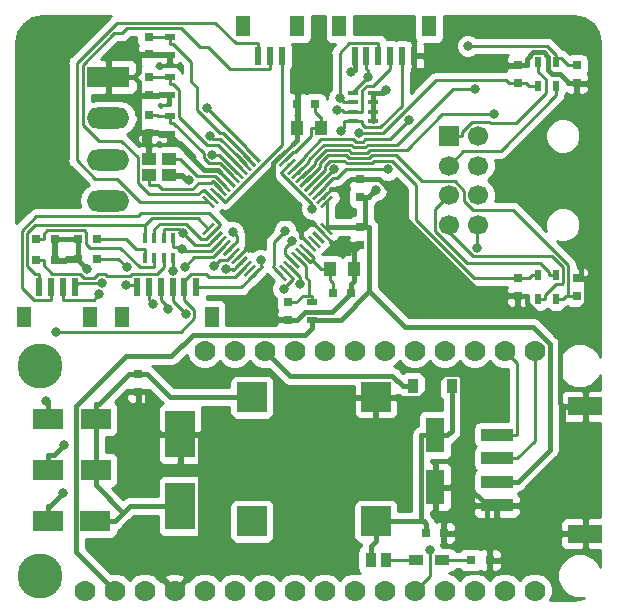
<source format=gtl>
G04 #@! TF.GenerationSoftware,KiCad,Pcbnew,(2018-02-15 revision 29b28de31)-makepkg*
G04 #@! TF.CreationDate,2018-05-29T16:30:00+09:30*
G04 #@! TF.ProjectId,ATM90E3x_fw,41544D39304533785F66772E6B696361,rev?*
G04 #@! TF.SameCoordinates,Original*
G04 #@! TF.FileFunction,Copper,L1,Top,Signal*
G04 #@! TF.FilePolarity,Positive*
%FSLAX46Y46*%
G04 Gerber Fmt 4.6, Leading zero omitted, Abs format (unit mm)*
G04 Created by KiCad (PCBNEW (2018-02-15 revision 29b28de31)-makepkg) date 05/29/18 16:30:00*
%MOMM*%
%LPD*%
G01*
G04 APERTURE LIST*
%ADD10R,1.700000X1.700000*%
%ADD11C,1.700000*%
%ADD12O,3.600000X1.800000*%
%ADD13R,3.600000X1.800000*%
%ADD14R,1.200000X1.800000*%
%ADD15R,0.600000X1.550000*%
%ADD16R,1.000000X1.250000*%
%ADD17R,2.500000X1.800000*%
%ADD18R,2.999740X1.498600*%
%ADD19R,2.738120X1.008380*%
%ADD20R,1.600000X3.000000*%
%ADD21R,2.500000X4.000000*%
%ADD22R,0.800000X0.750000*%
%ADD23R,0.750000X0.800000*%
%ADD24R,0.970000X1.270000*%
%ADD25R,0.900000X0.400000*%
%ADD26R,0.900000X1.200000*%
%ADD27R,0.800000X0.800000*%
%ADD28R,1.200000X0.900000*%
%ADD29R,0.400000X0.900000*%
%ADD30C,1.778000*%
%ADD31C,3.810000*%
%ADD32R,1.150000X1.000000*%
%ADD33R,0.500000X0.900000*%
%ADD34R,0.900000X0.500000*%
%ADD35R,2.500000X2.500000*%
%ADD36C,0.250000*%
%ADD37C,0.100000*%
%ADD38C,0.800000*%
%ADD39C,0.250000*%
%ADD40C,0.400000*%
%ADD41C,0.249800*%
%ADD42C,0.254000*%
G04 APERTURE END LIST*
D10*
X144145000Y-51725000D03*
D11*
X144145000Y-54225000D03*
X144145000Y-56725000D03*
X144145000Y-59225000D03*
X146645000Y-51725000D03*
X146645000Y-54225000D03*
X146645000Y-56725000D03*
X146645000Y-59225000D03*
D12*
X115316000Y-57236000D03*
X115316000Y-53736000D03*
X115316000Y-50236000D03*
D13*
X115316000Y-46736000D03*
D14*
X108192000Y-67041000D03*
X113792000Y-67041000D03*
D15*
X109492000Y-64516000D03*
X110492000Y-64516000D03*
X111492000Y-64516000D03*
X112492000Y-64516000D03*
X122779000Y-64531000D03*
X121779000Y-64531000D03*
X120779000Y-64531000D03*
X119779000Y-64531000D03*
X118779000Y-64531000D03*
X117779000Y-64531000D03*
D14*
X124079000Y-67056000D03*
X116479000Y-67056000D03*
X142494000Y-42418000D03*
X134894000Y-42418000D03*
D15*
X141194000Y-44943000D03*
X140194000Y-44943000D03*
X139194000Y-44943000D03*
X138194000Y-44943000D03*
X137194000Y-44943000D03*
X136194000Y-44943000D03*
D14*
X131318000Y-42418000D03*
X126718000Y-42418000D03*
D15*
X130018000Y-44943000D03*
X129018000Y-44943000D03*
X128018000Y-44943000D03*
D16*
X134144000Y-62992000D03*
X136144000Y-62992000D03*
X131350000Y-51054000D03*
X133350000Y-51054000D03*
D17*
X114236000Y-84328000D03*
X110236000Y-84328000D03*
X114268000Y-80010000D03*
X110268000Y-80010000D03*
X114268000Y-75692000D03*
X110268000Y-75692000D03*
D18*
X155735020Y-85407500D03*
X155735020Y-74609960D03*
D19*
X148236940Y-83009740D03*
X148236940Y-81008220D03*
X148236940Y-79011780D03*
X148236940Y-77010260D03*
D20*
X143002000Y-77048000D03*
X143002000Y-81448000D03*
D21*
X121412000Y-83060000D03*
X121412000Y-76960000D03*
D22*
X142252000Y-85344000D03*
X143752000Y-85344000D03*
D23*
X117856000Y-71894000D03*
X117856000Y-73394000D03*
D24*
X138816000Y-87630000D03*
X137536000Y-87630000D03*
D25*
X137756000Y-49676000D03*
X137756000Y-48876000D03*
X137756000Y-50476000D03*
X137756000Y-48076000D03*
X136056000Y-50476000D03*
X136056000Y-49676000D03*
X136056000Y-48876000D03*
X136056000Y-48076000D03*
D26*
X141098000Y-72898000D03*
X144398000Y-72898000D03*
D27*
X146012000Y-87630000D03*
X147612000Y-87630000D03*
D28*
X141394000Y-87630000D03*
X143594000Y-87630000D03*
D29*
X120034000Y-60364000D03*
X119234000Y-60364000D03*
X120834000Y-60364000D03*
X118434000Y-60364000D03*
X120834000Y-62064000D03*
X120034000Y-62064000D03*
X119234000Y-62064000D03*
X118434000Y-62064000D03*
D30*
X113335000Y-90220800D03*
X115875000Y-90220800D03*
X118415000Y-90220800D03*
X120955000Y-90220800D03*
X123495000Y-90220800D03*
X126035000Y-90220800D03*
X128575000Y-90220800D03*
X131115000Y-90220800D03*
X133655000Y-90220800D03*
X136195000Y-90220800D03*
X138735000Y-90220800D03*
X141275000Y-90220800D03*
X143815000Y-90220800D03*
X146355000Y-90220800D03*
X148895000Y-90220800D03*
X151435000Y-90220800D03*
X151435000Y-69900800D03*
X148895000Y-69900800D03*
X146355000Y-69900800D03*
X143815000Y-69900800D03*
X141275000Y-69900800D03*
X138735000Y-69900800D03*
X136195000Y-69900800D03*
X133655000Y-69900800D03*
X131115000Y-69900800D03*
X128575000Y-69900800D03*
X126035000Y-69900800D03*
X123495000Y-69900800D03*
D31*
X109525000Y-71170800D03*
X109525000Y-88950800D03*
D22*
X131342000Y-49022000D03*
X132842000Y-49022000D03*
D23*
X118745000Y-44807000D03*
X118745000Y-43307000D03*
X136652000Y-60936000D03*
X136652000Y-59436000D03*
D22*
X134378000Y-65024000D03*
X135878000Y-65024000D03*
D23*
X130556000Y-65786000D03*
X130556000Y-67286000D03*
X118745000Y-51435000D03*
X118745000Y-49935000D03*
X150000000Y-45750000D03*
X150000000Y-47250000D03*
X136652000Y-56896000D03*
X136652000Y-55396000D03*
X155000000Y-45750000D03*
X155000000Y-47250000D03*
X150000000Y-63750000D03*
X150000000Y-65250000D03*
X155000000Y-63750000D03*
X155000000Y-65250000D03*
X118745000Y-48260000D03*
X118745000Y-46760000D03*
D32*
X120509000Y-53656000D03*
X118759000Y-53656000D03*
X118759000Y-55056000D03*
X120509000Y-55056000D03*
D33*
X151750000Y-63500000D03*
X153250000Y-63500000D03*
X153250000Y-65500000D03*
X151750000Y-65500000D03*
D34*
X120523000Y-43331000D03*
X120523000Y-44831000D03*
X120523000Y-46736000D03*
X120523000Y-48236000D03*
X132588000Y-67310000D03*
X132588000Y-65810000D03*
X120523000Y-50038000D03*
X120523000Y-51538000D03*
D35*
X127492000Y-84344000D03*
X137992000Y-84344000D03*
X137992000Y-73844000D03*
X127492000Y-73844000D03*
D27*
X114338000Y-60452000D03*
X112738000Y-60452000D03*
X109182000Y-60452000D03*
X110782000Y-60452000D03*
X109182000Y-62230000D03*
X110782000Y-62230000D03*
X114338000Y-62103000D03*
X112738000Y-62103000D03*
D33*
X153250000Y-45500000D03*
X151750000Y-45500000D03*
X151750000Y-47500000D03*
X153250000Y-47500000D03*
D36*
X133831458Y-57311429D03*
D37*
G36*
X134202689Y-56763421D02*
X134379466Y-56940198D01*
X133460227Y-57859437D01*
X133283450Y-57682660D01*
X134202689Y-56763421D01*
X134202689Y-56763421D01*
G37*
D36*
X133477905Y-56957876D03*
D37*
G36*
X133849136Y-56409868D02*
X134025913Y-56586645D01*
X133106674Y-57505884D01*
X132929897Y-57329107D01*
X133849136Y-56409868D01*
X133849136Y-56409868D01*
G37*
D36*
X133124351Y-56604322D03*
D37*
G36*
X133495582Y-56056314D02*
X133672359Y-56233091D01*
X132753120Y-57152330D01*
X132576343Y-56975553D01*
X133495582Y-56056314D01*
X133495582Y-56056314D01*
G37*
D36*
X132770798Y-56250769D03*
D37*
G36*
X133142029Y-55702761D02*
X133318806Y-55879538D01*
X132399567Y-56798777D01*
X132222790Y-56622000D01*
X133142029Y-55702761D01*
X133142029Y-55702761D01*
G37*
D36*
X132417245Y-55897216D03*
D37*
G36*
X132788476Y-55349208D02*
X132965253Y-55525985D01*
X132046014Y-56445224D01*
X131869237Y-56268447D01*
X132788476Y-55349208D01*
X132788476Y-55349208D01*
G37*
D36*
X132063691Y-55543662D03*
D37*
G36*
X132434922Y-54995654D02*
X132611699Y-55172431D01*
X131692460Y-56091670D01*
X131515683Y-55914893D01*
X132434922Y-54995654D01*
X132434922Y-54995654D01*
G37*
D36*
X131710138Y-55190109D03*
D37*
G36*
X132081369Y-54642101D02*
X132258146Y-54818878D01*
X131338907Y-55738117D01*
X131162130Y-55561340D01*
X132081369Y-54642101D01*
X132081369Y-54642101D01*
G37*
D36*
X131356584Y-54836555D03*
D37*
G36*
X131727815Y-54288547D02*
X131904592Y-54465324D01*
X130985353Y-55384563D01*
X130808576Y-55207786D01*
X131727815Y-54288547D01*
X131727815Y-54288547D01*
G37*
D36*
X131003031Y-54483002D03*
D37*
G36*
X131374262Y-53934994D02*
X131551039Y-54111771D01*
X130631800Y-55031010D01*
X130455023Y-54854233D01*
X131374262Y-53934994D01*
X131374262Y-53934994D01*
G37*
D36*
X130649478Y-54129449D03*
D37*
G36*
X131020709Y-53581441D02*
X131197486Y-53758218D01*
X130278247Y-54677457D01*
X130101470Y-54500680D01*
X131020709Y-53581441D01*
X131020709Y-53581441D01*
G37*
D36*
X130295924Y-53775895D03*
D37*
G36*
X130667155Y-53227887D02*
X130843932Y-53404664D01*
X129924693Y-54323903D01*
X129747916Y-54147126D01*
X130667155Y-53227887D01*
X130667155Y-53227887D01*
G37*
D36*
X129942371Y-53422342D03*
D37*
G36*
X130313602Y-52874334D02*
X130490379Y-53051111D01*
X129571140Y-53970350D01*
X129394363Y-53793573D01*
X130313602Y-52874334D01*
X130313602Y-52874334D01*
G37*
D36*
X127679629Y-53422342D03*
D37*
G36*
X127131621Y-53051111D02*
X127308398Y-52874334D01*
X128227637Y-53793573D01*
X128050860Y-53970350D01*
X127131621Y-53051111D01*
X127131621Y-53051111D01*
G37*
D36*
X127326076Y-53775895D03*
D37*
G36*
X126778068Y-53404664D02*
X126954845Y-53227887D01*
X127874084Y-54147126D01*
X127697307Y-54323903D01*
X126778068Y-53404664D01*
X126778068Y-53404664D01*
G37*
D36*
X126972522Y-54129449D03*
D37*
G36*
X126424514Y-53758218D02*
X126601291Y-53581441D01*
X127520530Y-54500680D01*
X127343753Y-54677457D01*
X126424514Y-53758218D01*
X126424514Y-53758218D01*
G37*
D36*
X126618969Y-54483002D03*
D37*
G36*
X126070961Y-54111771D02*
X126247738Y-53934994D01*
X127166977Y-54854233D01*
X126990200Y-55031010D01*
X126070961Y-54111771D01*
X126070961Y-54111771D01*
G37*
D36*
X126265416Y-54836555D03*
D37*
G36*
X125717408Y-54465324D02*
X125894185Y-54288547D01*
X126813424Y-55207786D01*
X126636647Y-55384563D01*
X125717408Y-54465324D01*
X125717408Y-54465324D01*
G37*
D36*
X125911862Y-55190109D03*
D37*
G36*
X125363854Y-54818878D02*
X125540631Y-54642101D01*
X126459870Y-55561340D01*
X126283093Y-55738117D01*
X125363854Y-54818878D01*
X125363854Y-54818878D01*
G37*
D36*
X125558309Y-55543662D03*
D37*
G36*
X125010301Y-55172431D02*
X125187078Y-54995654D01*
X126106317Y-55914893D01*
X125929540Y-56091670D01*
X125010301Y-55172431D01*
X125010301Y-55172431D01*
G37*
D36*
X125204755Y-55897216D03*
D37*
G36*
X124656747Y-55525985D02*
X124833524Y-55349208D01*
X125752763Y-56268447D01*
X125575986Y-56445224D01*
X124656747Y-55525985D01*
X124656747Y-55525985D01*
G37*
D36*
X124851202Y-56250769D03*
D37*
G36*
X124303194Y-55879538D02*
X124479971Y-55702761D01*
X125399210Y-56622000D01*
X125222433Y-56798777D01*
X124303194Y-55879538D01*
X124303194Y-55879538D01*
G37*
D36*
X124497649Y-56604322D03*
D37*
G36*
X123949641Y-56233091D02*
X124126418Y-56056314D01*
X125045657Y-56975553D01*
X124868880Y-57152330D01*
X123949641Y-56233091D01*
X123949641Y-56233091D01*
G37*
D36*
X124144095Y-56957876D03*
D37*
G36*
X123596087Y-56586645D02*
X123772864Y-56409868D01*
X124692103Y-57329107D01*
X124515326Y-57505884D01*
X123596087Y-56586645D01*
X123596087Y-56586645D01*
G37*
D36*
X123790542Y-57311429D03*
D37*
G36*
X123242534Y-56940198D02*
X123419311Y-56763421D01*
X124338550Y-57682660D01*
X124161773Y-57859437D01*
X123242534Y-56940198D01*
X123242534Y-56940198D01*
G37*
D36*
X123790542Y-59574171D03*
D37*
G36*
X124161773Y-59026163D02*
X124338550Y-59202940D01*
X123419311Y-60122179D01*
X123242534Y-59945402D01*
X124161773Y-59026163D01*
X124161773Y-59026163D01*
G37*
D36*
X124144095Y-59927724D03*
D37*
G36*
X124515326Y-59379716D02*
X124692103Y-59556493D01*
X123772864Y-60475732D01*
X123596087Y-60298955D01*
X124515326Y-59379716D01*
X124515326Y-59379716D01*
G37*
D36*
X124497649Y-60281278D03*
D37*
G36*
X124868880Y-59733270D02*
X125045657Y-59910047D01*
X124126418Y-60829286D01*
X123949641Y-60652509D01*
X124868880Y-59733270D01*
X124868880Y-59733270D01*
G37*
D36*
X124851202Y-60634831D03*
D37*
G36*
X125222433Y-60086823D02*
X125399210Y-60263600D01*
X124479971Y-61182839D01*
X124303194Y-61006062D01*
X125222433Y-60086823D01*
X125222433Y-60086823D01*
G37*
D36*
X125204755Y-60988384D03*
D37*
G36*
X125575986Y-60440376D02*
X125752763Y-60617153D01*
X124833524Y-61536392D01*
X124656747Y-61359615D01*
X125575986Y-60440376D01*
X125575986Y-60440376D01*
G37*
D36*
X125558309Y-61341938D03*
D37*
G36*
X125929540Y-60793930D02*
X126106317Y-60970707D01*
X125187078Y-61889946D01*
X125010301Y-61713169D01*
X125929540Y-60793930D01*
X125929540Y-60793930D01*
G37*
D36*
X125911862Y-61695491D03*
D37*
G36*
X126283093Y-61147483D02*
X126459870Y-61324260D01*
X125540631Y-62243499D01*
X125363854Y-62066722D01*
X126283093Y-61147483D01*
X126283093Y-61147483D01*
G37*
D36*
X126265416Y-62049045D03*
D37*
G36*
X126636647Y-61501037D02*
X126813424Y-61677814D01*
X125894185Y-62597053D01*
X125717408Y-62420276D01*
X126636647Y-61501037D01*
X126636647Y-61501037D01*
G37*
D36*
X126618969Y-62402598D03*
D37*
G36*
X126990200Y-61854590D02*
X127166977Y-62031367D01*
X126247738Y-62950606D01*
X126070961Y-62773829D01*
X126990200Y-61854590D01*
X126990200Y-61854590D01*
G37*
D36*
X126972522Y-62756151D03*
D37*
G36*
X127343753Y-62208143D02*
X127520530Y-62384920D01*
X126601291Y-63304159D01*
X126424514Y-63127382D01*
X127343753Y-62208143D01*
X127343753Y-62208143D01*
G37*
D36*
X127326076Y-63109705D03*
D37*
G36*
X127697307Y-62561697D02*
X127874084Y-62738474D01*
X126954845Y-63657713D01*
X126778068Y-63480936D01*
X127697307Y-62561697D01*
X127697307Y-62561697D01*
G37*
D36*
X127679629Y-63463258D03*
D37*
G36*
X128050860Y-62915250D02*
X128227637Y-63092027D01*
X127308398Y-64011266D01*
X127131621Y-63834489D01*
X128050860Y-62915250D01*
X128050860Y-62915250D01*
G37*
D36*
X129942371Y-63463258D03*
D37*
G36*
X129394363Y-63092027D02*
X129571140Y-62915250D01*
X130490379Y-63834489D01*
X130313602Y-64011266D01*
X129394363Y-63092027D01*
X129394363Y-63092027D01*
G37*
D36*
X130295924Y-63109705D03*
D37*
G36*
X129747916Y-62738474D02*
X129924693Y-62561697D01*
X130843932Y-63480936D01*
X130667155Y-63657713D01*
X129747916Y-62738474D01*
X129747916Y-62738474D01*
G37*
D36*
X130649478Y-62756151D03*
D37*
G36*
X130101470Y-62384920D02*
X130278247Y-62208143D01*
X131197486Y-63127382D01*
X131020709Y-63304159D01*
X130101470Y-62384920D01*
X130101470Y-62384920D01*
G37*
D36*
X131003031Y-62402598D03*
D37*
G36*
X130455023Y-62031367D02*
X130631800Y-61854590D01*
X131551039Y-62773829D01*
X131374262Y-62950606D01*
X130455023Y-62031367D01*
X130455023Y-62031367D01*
G37*
D36*
X131356584Y-62049045D03*
D37*
G36*
X130808576Y-61677814D02*
X130985353Y-61501037D01*
X131904592Y-62420276D01*
X131727815Y-62597053D01*
X130808576Y-61677814D01*
X130808576Y-61677814D01*
G37*
D36*
X131710138Y-61695491D03*
D37*
G36*
X131162130Y-61324260D02*
X131338907Y-61147483D01*
X132258146Y-62066722D01*
X132081369Y-62243499D01*
X131162130Y-61324260D01*
X131162130Y-61324260D01*
G37*
D36*
X132063691Y-61341938D03*
D37*
G36*
X131515683Y-60970707D02*
X131692460Y-60793930D01*
X132611699Y-61713169D01*
X132434922Y-61889946D01*
X131515683Y-60970707D01*
X131515683Y-60970707D01*
G37*
D36*
X132417245Y-60988384D03*
D37*
G36*
X131869237Y-60617153D02*
X132046014Y-60440376D01*
X132965253Y-61359615D01*
X132788476Y-61536392D01*
X131869237Y-60617153D01*
X131869237Y-60617153D01*
G37*
D36*
X132770798Y-60634831D03*
D37*
G36*
X132222790Y-60263600D02*
X132399567Y-60086823D01*
X133318806Y-61006062D01*
X133142029Y-61182839D01*
X132222790Y-60263600D01*
X132222790Y-60263600D01*
G37*
D36*
X133124351Y-60281278D03*
D37*
G36*
X132576343Y-59910047D02*
X132753120Y-59733270D01*
X133672359Y-60652509D01*
X133495582Y-60829286D01*
X132576343Y-59910047D01*
X132576343Y-59910047D01*
G37*
D36*
X133477905Y-59927724D03*
D37*
G36*
X132929897Y-59556493D02*
X133106674Y-59379716D01*
X134025913Y-60298955D01*
X133849136Y-60475732D01*
X132929897Y-59556493D01*
X132929897Y-59556493D01*
G37*
D36*
X133831458Y-59574171D03*
D37*
G36*
X133283450Y-59202940D02*
X133460227Y-59026163D01*
X134379466Y-59945402D01*
X134202689Y-60122179D01*
X133283450Y-59202940D01*
X133283450Y-59202940D01*
G37*
D38*
X116886400Y-62830700D03*
X120790300Y-63115200D03*
X111575000Y-77894100D03*
X110054700Y-74147200D03*
X111531900Y-81935700D03*
X130930000Y-60633100D03*
X142545000Y-86763400D03*
X137328000Y-46732000D03*
X131587600Y-64229400D03*
X134911400Y-48506700D03*
X130179200Y-64646500D03*
X134681600Y-49518400D03*
X130314700Y-59738400D03*
X135045300Y-51284600D03*
X121572900Y-61282700D03*
X114791700Y-64145100D03*
X121656500Y-59917000D03*
X114578800Y-65145500D03*
X145781000Y-44098100D03*
X138990000Y-54555100D03*
X118000000Y-81000000D03*
X118000000Y-79500000D03*
X118000000Y-78000000D03*
X139000000Y-81000000D03*
X139000000Y-79500000D03*
X139000000Y-78000000D03*
X126500000Y-81000000D03*
X126500000Y-79500000D03*
X126500000Y-78000000D03*
X109000000Y-56500000D03*
X109000000Y-54500000D03*
X109000000Y-52500000D03*
X109000000Y-50500000D03*
X109000000Y-48500000D03*
X109000000Y-46500000D03*
X155500000Y-83000000D03*
X155500000Y-81500000D03*
X155500000Y-80000000D03*
X155500000Y-78500000D03*
X155500000Y-77000000D03*
X154000000Y-57000000D03*
X154000000Y-55500000D03*
X154000000Y-54000000D03*
X122174000Y-55457200D03*
X113554600Y-63001100D03*
X127225000Y-61207300D03*
X139360000Y-56989700D03*
X134422500Y-54537100D03*
X136584200Y-51507400D03*
X146347700Y-47736700D03*
X146513800Y-61202800D03*
X140790000Y-50411200D03*
X132611600Y-57883600D03*
X147995100Y-49900900D03*
X128247600Y-62249400D03*
X110934400Y-68292900D03*
X125285300Y-62947800D03*
X121883400Y-66774300D03*
X124284900Y-62709400D03*
X120408300Y-66358200D03*
X119125800Y-65942300D03*
X125870200Y-59855300D03*
X121818900Y-62788600D03*
X116862800Y-64325500D03*
X124122700Y-53320800D03*
X123983700Y-51755400D03*
X123697500Y-49392400D03*
X138819000Y-47861100D03*
X137973600Y-56277500D03*
X135867100Y-46335200D03*
D39*
X119584300Y-55881300D02*
X118759000Y-55881300D01*
X119914900Y-56211900D02*
X119584300Y-55881300D01*
X122462900Y-56211900D02*
X119914900Y-56211900D01*
X123001600Y-55673200D02*
X122462900Y-56211900D01*
X124049300Y-55673200D02*
X123001600Y-55673200D01*
X124161500Y-55561000D02*
X124049300Y-55673200D01*
X124851200Y-56250800D02*
X124161500Y-55561000D01*
X118759000Y-55056000D02*
X118759000Y-55881300D01*
X120509000Y-53656000D02*
X121409300Y-53656000D01*
X125134600Y-55897200D02*
X125204800Y-55897200D01*
X124334100Y-55096700D02*
X125134600Y-55897200D01*
X122850000Y-55096700D02*
X124334100Y-55096700D01*
X121409300Y-53656000D02*
X122850000Y-55096700D01*
X120834000Y-62064000D02*
X120834000Y-62839300D01*
X120834000Y-63071500D02*
X120790300Y-63115200D01*
X120834000Y-62839300D02*
X120834000Y-63071500D01*
X116158700Y-62103000D02*
X116886400Y-62830700D01*
X114338000Y-62103000D02*
X116158700Y-62103000D01*
X109182000Y-62230000D02*
X109907300Y-62230000D01*
X120034000Y-62064000D02*
X120034000Y-62839300D01*
X109907300Y-62683400D02*
X109907300Y-62230000D01*
X110602500Y-63378600D02*
X109907300Y-62683400D01*
X112906300Y-63378600D02*
X110602500Y-63378600D01*
X113283800Y-63756100D02*
X112906300Y-63378600D01*
X114110200Y-63756100D02*
X113283800Y-63756100D01*
X114446500Y-63419800D02*
X114110200Y-63756100D01*
X115092200Y-63419800D02*
X114446500Y-63419800D01*
X115228400Y-63556000D02*
X115092200Y-63419800D01*
X117186900Y-63556000D02*
X115228400Y-63556000D01*
X117367900Y-63375000D02*
X117186900Y-63556000D01*
X119498300Y-63375000D02*
X117367900Y-63375000D01*
X120034000Y-62839300D02*
X119498300Y-63375000D01*
X117980600Y-62839300D02*
X119234000Y-62839300D01*
X116318600Y-61177300D02*
X117980600Y-62839300D01*
X113787700Y-61177300D02*
X116318600Y-61177300D01*
X113463400Y-60853000D02*
X113787700Y-61177300D01*
X113463400Y-59879800D02*
X113463400Y-60853000D01*
X113310200Y-59726600D02*
X113463400Y-59879800D01*
X110179400Y-59726600D02*
X113310200Y-59726600D01*
X109907300Y-59998700D02*
X110179400Y-59726600D01*
X109907300Y-60452000D02*
X109907300Y-59998700D01*
X109182000Y-60452000D02*
X109907300Y-60452000D01*
X119234000Y-62064000D02*
X119234000Y-62839300D01*
X117658700Y-61288700D02*
X118434000Y-61288700D01*
X116822000Y-60452000D02*
X117658700Y-61288700D01*
X114338000Y-60452000D02*
X116822000Y-60452000D01*
X118434000Y-62064000D02*
X118434000Y-61288700D01*
D40*
X110759400Y-78709700D02*
X111575000Y-77894100D01*
X110268000Y-78709700D02*
X110759400Y-78709700D01*
X110268000Y-80010000D02*
X110268000Y-78709700D01*
X110268000Y-75692000D02*
X110268000Y-74391700D01*
X110268000Y-74360500D02*
X110054700Y-74147200D01*
X110268000Y-74391700D02*
X110268000Y-74360500D01*
X110439900Y-83027700D02*
X110236000Y-83027700D01*
X111531900Y-81935700D02*
X110439900Y-83027700D01*
X110236000Y-84328000D02*
X110236000Y-83027700D01*
D39*
X134144000Y-62992000D02*
X133318700Y-62992000D01*
X134378000Y-64176300D02*
X134144000Y-63942300D01*
X134378000Y-65024000D02*
X134378000Y-64176300D01*
X134144000Y-62992000D02*
X134144000Y-63942300D01*
X131710100Y-61695500D02*
X132399900Y-62385200D01*
X132063700Y-61341900D02*
X132753500Y-62031600D01*
X132555900Y-62229200D02*
X133318700Y-62992000D01*
X132753500Y-62031600D02*
X132555900Y-62229200D01*
X132555900Y-62229200D02*
X132399900Y-62385200D01*
X130556000Y-65786000D02*
X131256300Y-65786000D01*
X131356600Y-62049000D02*
X132046300Y-62738600D01*
X132588000Y-65810000D02*
X132588000Y-65234700D01*
X132046200Y-62738700D02*
X132046300Y-62738600D01*
X132046200Y-63449700D02*
X132046200Y-62738700D01*
X132107900Y-63511400D02*
X132046200Y-63449700D01*
X132107900Y-63718300D02*
X132107900Y-63511400D01*
X132322000Y-63932400D02*
X132107900Y-63718300D01*
X132322000Y-65234700D02*
X132322000Y-63932400D01*
X131807600Y-65234700D02*
X132322000Y-65234700D01*
X131256300Y-65786000D02*
X131807600Y-65234700D01*
X132322000Y-65234700D02*
X132588000Y-65234700D01*
X118745000Y-49935000D02*
X119445300Y-49935000D01*
X119548300Y-50038000D02*
X120523000Y-50038000D01*
X119445300Y-49935000D02*
X119548300Y-50038000D01*
X120523000Y-50038000D02*
X120523000Y-50613300D01*
X125911900Y-55126800D02*
X125911900Y-55190100D01*
X124831200Y-54046100D02*
X125911900Y-55126800D01*
X123822300Y-54046100D02*
X124831200Y-54046100D01*
X123397400Y-53621200D02*
X123822300Y-54046100D01*
X123397400Y-53203600D02*
X123397400Y-53621200D01*
X120807100Y-50613300D02*
X123397400Y-53203600D01*
X120523000Y-50613300D02*
X120807100Y-50613300D01*
X118745000Y-46760000D02*
X119445300Y-46760000D01*
X119469300Y-46736000D02*
X120523000Y-46736000D01*
X119445300Y-46760000D02*
X119469300Y-46736000D01*
X120523000Y-46736000D02*
X120523000Y-47311300D01*
X124616700Y-52480700D02*
X126619000Y-54483000D01*
X123683300Y-52480700D02*
X124616700Y-52480700D01*
X121321600Y-50119000D02*
X123683300Y-52480700D01*
X121321600Y-47822300D02*
X121321600Y-50119000D01*
X120810600Y-47311300D02*
X121321600Y-47822300D01*
X120523000Y-47311300D02*
X120810600Y-47311300D01*
X118745000Y-43307000D02*
X119445300Y-43307000D01*
X119469300Y-43331000D02*
X120523000Y-43331000D01*
X119445300Y-43307000D02*
X119469300Y-43331000D01*
X120523000Y-43331000D02*
X120523000Y-43906300D01*
X127326100Y-53775900D02*
X126636400Y-53086100D01*
X125047700Y-51497500D02*
X126636400Y-53086100D01*
X124751700Y-51497500D02*
X125047700Y-51497500D01*
X122814700Y-49560500D02*
X124751700Y-51497500D01*
X122814700Y-47573100D02*
X122814700Y-49560500D01*
X122364400Y-47122800D02*
X122814700Y-47573100D01*
X122364400Y-45460100D02*
X122364400Y-47122800D01*
X120810600Y-43906300D02*
X122364400Y-45460100D01*
X120523000Y-43906300D02*
X120810600Y-43906300D01*
X133223400Y-50103700D02*
X133350000Y-50103700D01*
X132842000Y-49722300D02*
X133223400Y-50103700D01*
X132842000Y-49022000D02*
X132842000Y-49722300D01*
X133350000Y-51054000D02*
X133350000Y-50103700D01*
X132524700Y-51713200D02*
X132524700Y-51054000D01*
X131151700Y-53086200D02*
X132524700Y-51713200D01*
X130985700Y-53086200D02*
X131151700Y-53086200D01*
X130985700Y-53086100D02*
X130985700Y-53086200D01*
X130295900Y-53775900D02*
X130985700Y-53086100D01*
X133350000Y-51054000D02*
X132524700Y-51054000D01*
X131003000Y-62402600D02*
X130313400Y-61713000D01*
X130313400Y-61249700D02*
X130930000Y-60633100D01*
X130313400Y-61713000D02*
X130313400Y-61249700D01*
X142545000Y-88950800D02*
X142545000Y-86763400D01*
X141275000Y-90220800D02*
X142545000Y-88950800D01*
X136056000Y-48004000D02*
X137328000Y-46732000D01*
X136056000Y-48076000D02*
X136056000Y-48004000D01*
X137328000Y-46177300D02*
X137194000Y-46043300D01*
X137328000Y-46732000D02*
X137328000Y-46177300D01*
X137194000Y-44943000D02*
X137194000Y-46043300D01*
X136056000Y-48876000D02*
X135280700Y-48876000D01*
X135280700Y-48876000D02*
X134911400Y-48506700D01*
X135744700Y-43842700D02*
X138194000Y-43842700D01*
X134911400Y-44676000D02*
X135744700Y-43842700D01*
X134911400Y-48506700D02*
X134911400Y-44676000D01*
X138194000Y-44943000D02*
X138194000Y-43842700D01*
X131587600Y-63694300D02*
X131587600Y-64229400D01*
X130649500Y-62756200D02*
X131587600Y-63694300D01*
X139194000Y-44943000D02*
X139194000Y-46043300D01*
X136056000Y-49676000D02*
X136831300Y-49676000D01*
X130295900Y-63109700D02*
X130985700Y-63799400D01*
X130179200Y-64605900D02*
X130179200Y-64646500D01*
X130985700Y-63799400D02*
X130179200Y-64605900D01*
X135123100Y-49518400D02*
X135280700Y-49676000D01*
X134681600Y-49518400D02*
X135123100Y-49518400D01*
X136056000Y-49676000D02*
X135280700Y-49676000D01*
X137780000Y-47457300D02*
X139194000Y-46043300D01*
X137245000Y-47457300D02*
X137780000Y-47457300D01*
X136831300Y-47871000D02*
X137245000Y-47457300D01*
X136831300Y-49676000D02*
X136831300Y-47871000D01*
X129942400Y-63463300D02*
X129252800Y-62773600D01*
X130314700Y-59738500D02*
X130314700Y-59738400D01*
X129356200Y-60697000D02*
X130314700Y-59738500D01*
X129356200Y-62670200D02*
X129356200Y-60697000D01*
X129252800Y-62773600D02*
X129356200Y-62670200D01*
X135668400Y-50476000D02*
X135280700Y-50476000D01*
X135280700Y-51049200D02*
X135045300Y-51284600D01*
X135280700Y-50476000D02*
X135280700Y-51049200D01*
X136831300Y-50728700D02*
X136831300Y-50476000D01*
X137107400Y-51004800D02*
X136831300Y-50728700D01*
X138375000Y-51004800D02*
X137107400Y-51004800D01*
X140194000Y-49185800D02*
X138375000Y-51004800D01*
X140194000Y-44943000D02*
X140194000Y-49185800D01*
X136056000Y-50476000D02*
X135668400Y-50476000D01*
X136056000Y-50476000D02*
X136831300Y-50476000D01*
X118434000Y-60364000D02*
X118434000Y-59588700D01*
X109492000Y-64516000D02*
X109492000Y-63415700D01*
X118434000Y-59257600D02*
X118434000Y-59588700D01*
X119007300Y-58684300D02*
X118434000Y-59257600D01*
X122900600Y-58684300D02*
X119007300Y-58684300D01*
X123790500Y-59574200D02*
X122900600Y-58684300D01*
X109107600Y-63415700D02*
X109492000Y-63415700D01*
X108456700Y-62764800D02*
X109107600Y-63415700D01*
X108456700Y-59915600D02*
X108456700Y-62764800D01*
X109114700Y-59257600D02*
X108456700Y-59915600D01*
X118434000Y-59257600D02*
X109114700Y-59257600D01*
X120834000Y-60364000D02*
X120834000Y-61139300D01*
X121722500Y-61432300D02*
X121572900Y-61282700D01*
X124053700Y-61432300D02*
X121722500Y-61432300D01*
X124851200Y-60634800D02*
X124053700Y-61432300D01*
X121429500Y-61139300D02*
X120834000Y-61139300D01*
X121572900Y-61282700D02*
X121429500Y-61139300D01*
X114730300Y-64206500D02*
X114791700Y-64145100D01*
X112801500Y-64206500D02*
X114730300Y-64206500D01*
X112492000Y-64516000D02*
X112801500Y-64206500D01*
X119234000Y-60364000D02*
X119234000Y-59588700D01*
X123624300Y-60447500D02*
X124144100Y-59927700D01*
X123216700Y-60447500D02*
X123624300Y-60447500D01*
X121903900Y-59134700D02*
X123216700Y-60447500D01*
X119688000Y-59134700D02*
X121903900Y-59134700D01*
X119234000Y-59588700D02*
X119688000Y-59134700D01*
X124144100Y-59927700D02*
X124833700Y-59238100D01*
X110492000Y-64516000D02*
X110492000Y-65616300D01*
X109042700Y-65616300D02*
X110492000Y-65616300D01*
X107995900Y-64569500D02*
X109042700Y-65616300D01*
X107995900Y-59739500D02*
X107995900Y-64569500D01*
X109217200Y-58518200D02*
X107995900Y-59739500D01*
X117836300Y-58518200D02*
X109217200Y-58518200D01*
X118120600Y-58233900D02*
X117836300Y-58518200D01*
X123863700Y-58233900D02*
X118120600Y-58233900D01*
X124833700Y-59203900D02*
X123863700Y-58233900D01*
X124833700Y-59238100D02*
X124833700Y-59203900D01*
X120034000Y-60364000D02*
X120034000Y-59588700D01*
X124497600Y-60281300D02*
X123808000Y-60970900D01*
X111492000Y-64516000D02*
X111492000Y-65616300D01*
X121328200Y-59588700D02*
X120034000Y-59588700D01*
X121656500Y-59917000D02*
X121328200Y-59588700D01*
X122710400Y-60970900D02*
X121656500Y-59917000D01*
X123808000Y-60970900D02*
X122710400Y-60970900D01*
X114108000Y-65616300D02*
X114578800Y-65145500D01*
X111492000Y-65616300D02*
X114108000Y-65616300D01*
X144145000Y-51725000D02*
X145320300Y-51725000D01*
X151750000Y-46331100D02*
X151750000Y-45500000D01*
X152355300Y-46936400D02*
X151750000Y-46331100D01*
X152355300Y-48084400D02*
X152355300Y-46936400D01*
X149813500Y-50626200D02*
X152355300Y-48084400D01*
X147694700Y-50626200D02*
X149813500Y-50626200D01*
X147618200Y-50549700D02*
X147694700Y-50626200D01*
X146128200Y-50549700D02*
X147618200Y-50549700D01*
X145320300Y-51357600D02*
X146128200Y-50549700D01*
X145320300Y-51725000D02*
X145320300Y-51357600D01*
X153250000Y-45500000D02*
X153250000Y-45112300D01*
X155000000Y-45750000D02*
X154299700Y-45750000D01*
X153662000Y-45112300D02*
X154299700Y-45750000D01*
X153250000Y-45112300D02*
X153662000Y-45112300D01*
X152441800Y-44098100D02*
X145781000Y-44098100D01*
X153250000Y-44906300D02*
X152441800Y-44098100D01*
X153250000Y-45112300D02*
X153250000Y-44906300D01*
X135430300Y-54555100D02*
X138990000Y-54555100D01*
X134723000Y-55262400D02*
X135430300Y-54555100D01*
X134342300Y-55262400D02*
X134723000Y-55262400D01*
X133662100Y-55942600D02*
X134342300Y-55262400D01*
X133662100Y-56066600D02*
X133662100Y-55942600D01*
X133124400Y-56604300D02*
X133662100Y-56066600D01*
D40*
X117969700Y-47189400D02*
X117516300Y-46736000D01*
X117969700Y-48260000D02*
X117969700Y-47189400D01*
X115316000Y-46736000D02*
X117516300Y-46736000D01*
D41*
X134220700Y-56215100D02*
X133477900Y-56957900D01*
D40*
X141194000Y-44943000D02*
X141194000Y-46118300D01*
X150775300Y-45168500D02*
X150775300Y-45750000D01*
X151294200Y-44649600D02*
X150775300Y-45168500D01*
X152224700Y-44649600D02*
X151294200Y-44649600D01*
X152599600Y-45024500D02*
X152224700Y-44649600D01*
X152599600Y-46168300D02*
X152599600Y-45024500D01*
X152906000Y-46474700D02*
X152599600Y-46168300D01*
X153546400Y-46474700D02*
X152906000Y-46474700D01*
X154224700Y-47153000D02*
X153546400Y-46474700D01*
X154224700Y-47250000D02*
X154224700Y-47153000D01*
X150000000Y-45750000D02*
X149224700Y-45750000D01*
X150000000Y-45750000D02*
X150775300Y-45750000D01*
X117969700Y-51435000D02*
X117969700Y-48260000D01*
X117969700Y-46282600D02*
X117516300Y-46736000D01*
X117969700Y-44807000D02*
X117969700Y-46282600D01*
D41*
X134220700Y-60670500D02*
X133477900Y-59927700D01*
D40*
X155000000Y-47250000D02*
X154224700Y-47250000D01*
X110782000Y-60452000D02*
X111582300Y-60452000D01*
X112738000Y-60452000D02*
X111582300Y-60452000D01*
X118357400Y-48260000D02*
X117969700Y-48260000D01*
X118357400Y-48260000D02*
X118745000Y-48260000D01*
X119648700Y-48260000D02*
X119672700Y-48236000D01*
X118745000Y-48260000D02*
X119648700Y-48260000D01*
X120523000Y-48236000D02*
X119672700Y-48236000D01*
X118357400Y-44807000D02*
X117969700Y-44807000D01*
X118357400Y-44807000D02*
X118745000Y-44807000D01*
X119648700Y-44807000D02*
X119672700Y-44831000D01*
X118745000Y-44807000D02*
X119648700Y-44807000D01*
X120523000Y-44831000D02*
X119672700Y-44831000D01*
X120523000Y-51538000D02*
X120523000Y-51650200D01*
D41*
X124815500Y-54800900D02*
X125558300Y-55543700D01*
D40*
X136144000Y-62992000D02*
X136144000Y-61966700D01*
X136144000Y-62992000D02*
X136144000Y-64017300D01*
X135912600Y-64248700D02*
X136144000Y-64017300D01*
X135878000Y-64248700D02*
X135912600Y-64248700D01*
X155735000Y-85407500D02*
X153834800Y-85407500D01*
X155735000Y-74610000D02*
X153834800Y-74610000D01*
X118745000Y-51435000D02*
X118357400Y-51435000D01*
X118357400Y-51435000D02*
X117969700Y-51435000D01*
X118357400Y-52354100D02*
X118759000Y-52755700D01*
X118357400Y-51435000D02*
X118357400Y-52354100D01*
X118759000Y-53656000D02*
X118759000Y-52755700D01*
X119735500Y-51650200D02*
X119520300Y-51435000D01*
X120523000Y-51650200D02*
X119735500Y-51650200D01*
X118745000Y-51435000D02*
X119520300Y-51435000D01*
X136422400Y-55396000D02*
X135876700Y-55396000D01*
X148236900Y-83009700D02*
X150006300Y-83009700D01*
X152135600Y-83009700D02*
X150006300Y-83009700D01*
X152135600Y-83708300D02*
X153834800Y-85407500D01*
X152135600Y-83009700D02*
X152135600Y-83708300D01*
X148236900Y-83009700D02*
X147374500Y-83009700D01*
X120509000Y-55056000D02*
X121484300Y-55056000D01*
X118631300Y-75829600D02*
X119761700Y-76960000D01*
X118631300Y-73394000D02*
X118631300Y-75829600D01*
X117856000Y-73394000D02*
X118631300Y-73394000D01*
X121412000Y-76960000D02*
X119761700Y-76960000D01*
X135878000Y-64636300D02*
X135878000Y-64248700D01*
X110782000Y-62230000D02*
X111582300Y-62230000D01*
X111627800Y-62184500D02*
X111582300Y-62230000D01*
X112738000Y-62184500D02*
X111627800Y-62184500D01*
X112738000Y-62184500D02*
X113554600Y-63001100D01*
X131350000Y-49805300D02*
X131350000Y-51054000D01*
X131342000Y-49797300D02*
X131350000Y-49805300D01*
X131285400Y-52079300D02*
X130969700Y-52395000D01*
X131350000Y-52079300D02*
X131285400Y-52079300D01*
D41*
X130969700Y-52395000D02*
X129942400Y-53422300D01*
D40*
X131350000Y-51054000D02*
X131350000Y-52079300D01*
X143752000Y-85344000D02*
X144552300Y-85344000D01*
X147374500Y-85344000D02*
X144552300Y-85344000D01*
X147374500Y-83009700D02*
X147374500Y-85344000D01*
X147374500Y-86592200D02*
X147612000Y-86829700D01*
X147374500Y-85344000D02*
X147374500Y-86592200D01*
X147612000Y-87630000D02*
X147612000Y-86829700D01*
X143002000Y-81448000D02*
X144202300Y-81448000D01*
X150000000Y-65250000D02*
X150775300Y-65250000D01*
X153834800Y-81310500D02*
X152135600Y-83009700D01*
X153834800Y-74610000D02*
X153834800Y-81310500D01*
X153538800Y-68595000D02*
X153299800Y-68356000D01*
X153538800Y-74314000D02*
X153538800Y-68595000D01*
X153834800Y-74610000D02*
X153538800Y-74314000D01*
X150775300Y-65831500D02*
X150775300Y-65250000D01*
X153299800Y-68356000D02*
X150775300Y-65831500D01*
X124586000Y-54571400D02*
X124815500Y-54800900D01*
X123444200Y-54571400D02*
X124586000Y-54571400D01*
X120523000Y-51650200D02*
X123444200Y-54571400D01*
X131342000Y-49022000D02*
X131342000Y-49797300D01*
X148856400Y-46118300D02*
X141194000Y-46118300D01*
X149224700Y-45750000D02*
X148856400Y-46118300D01*
X112738000Y-62184500D02*
X112738000Y-62103000D01*
X112738000Y-62103000D02*
X112738000Y-60452000D01*
X136422400Y-55396000D02*
X136652000Y-55396000D01*
D41*
X129906400Y-53422300D02*
X129942400Y-53422300D01*
X132735100Y-59184900D02*
X133477900Y-59927700D01*
D40*
X136144000Y-61966700D02*
X136144000Y-61336100D01*
X134886300Y-61336100D02*
X134220700Y-60670500D01*
X136144000Y-61336100D02*
X134886300Y-61336100D01*
X121412000Y-76960000D02*
X123062300Y-76960000D01*
X133225700Y-76960000D02*
X123062300Y-76960000D01*
X136341700Y-73844000D02*
X133225700Y-76960000D01*
D41*
X131674500Y-60245600D02*
X131727700Y-60298800D01*
X132417200Y-60988400D02*
X131727700Y-60298800D01*
D40*
X131674500Y-59184900D02*
X131674500Y-60245600D01*
X137992000Y-73844000D02*
X136341700Y-73844000D01*
X137992000Y-73844000D02*
X139642300Y-73844000D01*
X139711500Y-73913200D02*
X139642300Y-73844000D01*
X141716600Y-73913200D02*
X139711500Y-73913200D01*
X143732200Y-71897600D02*
X141716600Y-73913200D01*
X145024100Y-71897600D02*
X143732200Y-71897600D01*
X145280100Y-72153600D02*
X145024100Y-71897600D01*
X145280100Y-81448000D02*
X145280100Y-72153600D01*
X145812800Y-81448000D02*
X145280100Y-81448000D01*
X147374500Y-83009700D02*
X145812800Y-81448000D01*
X145280100Y-81448000D02*
X144202300Y-81448000D01*
X123062300Y-88113500D02*
X123062300Y-76960000D01*
X120955000Y-90220800D02*
X123062300Y-88113500D01*
X136652000Y-55396000D02*
X137427300Y-55396000D01*
X121885500Y-55457200D02*
X122174000Y-55457200D01*
X121484300Y-55056000D02*
X121885500Y-55457200D01*
X135057600Y-56215100D02*
X135876700Y-55396000D01*
X134220700Y-56215100D02*
X135057600Y-56215100D01*
D41*
X127008200Y-61306200D02*
X126265400Y-62049000D01*
D40*
X131674500Y-59184900D02*
X132735100Y-59184900D01*
X155775300Y-65880500D02*
X155775300Y-63750000D01*
X153299800Y-68356000D02*
X155775300Y-65880500D01*
X155000000Y-63750000D02*
X155387700Y-63750000D01*
X155387700Y-63750000D02*
X155775300Y-63750000D01*
X155387700Y-48438000D02*
X155000000Y-48050300D01*
X155387700Y-63750000D02*
X155387700Y-48438000D01*
X155000000Y-47250000D02*
X155000000Y-48050300D01*
X138223900Y-55396000D02*
X137427300Y-55396000D01*
X139360000Y-56532100D02*
X138223900Y-55396000D01*
X139360000Y-56989700D02*
X139360000Y-56532100D01*
X127107100Y-61207300D02*
X127225000Y-61207300D01*
X127008200Y-61306200D02*
X127107100Y-61207300D01*
X129305300Y-54023400D02*
X129906400Y-53422300D01*
X129305300Y-58220600D02*
X129305300Y-54023400D01*
X129758500Y-58673800D02*
X129305300Y-58220600D01*
X131163400Y-58673800D02*
X129758500Y-58673800D01*
X131674500Y-59184900D02*
X131163400Y-58673800D01*
X129758500Y-58673800D02*
X127225000Y-61207300D01*
X136251900Y-61336100D02*
X136652000Y-60936000D01*
X136144000Y-61336100D02*
X136251900Y-61336100D01*
X135878000Y-64636300D02*
X135878000Y-65024000D01*
X132030900Y-66586400D02*
X131331300Y-67286000D01*
X134315600Y-66586400D02*
X132030900Y-66586400D01*
X135878000Y-65024000D02*
X134315600Y-66586400D01*
X130556000Y-67286000D02*
X131331300Y-67286000D01*
X147053900Y-65250000D02*
X150000000Y-65250000D01*
X139360000Y-57556100D02*
X147053900Y-65250000D01*
X139360000Y-56989700D02*
X139360000Y-57556100D01*
D39*
X153250000Y-63500000D02*
X152674700Y-63500000D01*
X152674700Y-63264600D02*
X152674700Y-63500000D01*
X151920300Y-62510200D02*
X152674700Y-63264600D01*
X145715600Y-62510200D02*
X151920300Y-62510200D01*
X142958900Y-59753500D02*
X145715600Y-62510200D01*
X142958900Y-57911100D02*
X142958900Y-59753500D01*
X144145000Y-56725000D02*
X142958900Y-57911100D01*
X150000000Y-47250000D02*
X150700300Y-47250000D01*
X150950300Y-47500000D02*
X151750000Y-47500000D01*
X150700300Y-47250000D02*
X150950300Y-47500000D01*
X132770800Y-56188800D02*
X134422500Y-54537100D01*
X132770800Y-56250800D02*
X132770800Y-56188800D01*
X149046100Y-46996400D02*
X149299700Y-47250000D01*
X143099600Y-46996400D02*
X149046100Y-46996400D01*
X138588600Y-51507400D02*
X143099600Y-46996400D01*
X136584200Y-51507400D02*
X138588600Y-51507400D01*
X150000000Y-47250000D02*
X149299700Y-47250000D01*
X148550300Y-52975000D02*
X153250000Y-48275300D01*
X145395000Y-52975000D02*
X148550300Y-52975000D01*
X144145000Y-54225000D02*
X145395000Y-52975000D01*
X153250000Y-47500000D02*
X153250000Y-48275300D01*
X152325300Y-65212300D02*
X152325300Y-65500000D01*
X153262200Y-64275400D02*
X152325300Y-65212300D01*
X153709700Y-64275400D02*
X153262200Y-64275400D01*
X153825400Y-64159700D02*
X153709700Y-64275400D01*
X153825400Y-62846300D02*
X153825400Y-64159700D01*
X152907200Y-61928100D02*
X153825400Y-62846300D01*
X146205900Y-61928100D02*
X152907200Y-61928100D01*
X144145000Y-59867200D02*
X146205900Y-61928100D01*
X144145000Y-59225000D02*
X144145000Y-59867200D01*
X151750000Y-65500000D02*
X152325300Y-65500000D01*
X144490300Y-47736700D02*
X146347700Y-47736700D01*
X139766700Y-52460300D02*
X144490300Y-47736700D01*
X137294000Y-52460300D02*
X139766700Y-52460300D01*
X137071300Y-52683000D02*
X137294000Y-52460300D01*
X136097200Y-52683000D02*
X137071300Y-52683000D01*
X135875100Y-52460900D02*
X136097200Y-52683000D01*
X133562300Y-52460900D02*
X135875100Y-52460900D01*
X132346300Y-53676900D02*
X133562300Y-52460900D01*
X132346300Y-53846900D02*
X132346300Y-53676900D01*
X131356600Y-54836600D02*
X132346300Y-53846900D01*
X146513800Y-59356200D02*
X146513800Y-61202800D01*
X146645000Y-59225000D02*
X146513800Y-59356200D01*
X150924700Y-63750000D02*
X150000000Y-63750000D01*
X151174700Y-63500000D02*
X150924700Y-63750000D01*
X151750000Y-63500000D02*
X151174700Y-63500000D01*
X146305200Y-63750000D02*
X150000000Y-63750000D01*
X141381700Y-58826500D02*
X146305200Y-63750000D01*
X141381700Y-55877100D02*
X141381700Y-58826500D01*
X139315800Y-53811200D02*
X141381700Y-55877100D01*
X137853800Y-53811200D02*
X139315800Y-53811200D01*
X137631100Y-54033900D02*
X137853800Y-53811200D01*
X135537400Y-54033900D02*
X137631100Y-54033900D01*
X135315300Y-53811800D02*
X135537400Y-54033900D01*
X134122100Y-53811800D02*
X135315300Y-53811800D01*
X133697200Y-54236700D02*
X134122100Y-53811800D01*
X133697200Y-54617200D02*
X133697200Y-54236700D01*
X132417200Y-55897200D02*
X133697200Y-54617200D01*
X153250000Y-65500000D02*
X153825300Y-65500000D01*
X155000000Y-65250000D02*
X154299700Y-65250000D01*
X154075300Y-65250000D02*
X153825300Y-65500000D01*
X154299700Y-65250000D02*
X154075300Y-65250000D01*
X155000000Y-65250000D02*
X154299700Y-65250000D01*
X154299700Y-62683700D02*
X154299700Y-65250000D01*
X149591000Y-57975000D02*
X154299700Y-62683700D01*
X146216500Y-57975000D02*
X149591000Y-57975000D01*
X145469600Y-57228100D02*
X146216500Y-57975000D01*
X145469600Y-56371100D02*
X145469600Y-57228100D01*
X144648100Y-55549600D02*
X145469600Y-56371100D01*
X141865600Y-55549600D02*
X144648100Y-55549600D01*
X139676900Y-53360900D02*
X141865600Y-55549600D01*
X137667200Y-53360900D02*
X139676900Y-53360900D01*
X137444500Y-53583600D02*
X137667200Y-53360900D01*
X135724000Y-53583600D02*
X137444500Y-53583600D01*
X135501900Y-53361500D02*
X135724000Y-53583600D01*
X133935500Y-53361500D02*
X135501900Y-53361500D01*
X133246900Y-54050100D02*
X133935500Y-53361500D01*
X133246900Y-54360500D02*
X133246900Y-54050100D01*
X132063700Y-55543700D02*
X133246900Y-54360500D01*
X139191200Y-52010000D02*
X140790000Y-50411200D01*
X137107400Y-52010000D02*
X139191200Y-52010000D01*
X136884700Y-52232700D02*
X137107400Y-52010000D01*
X136283800Y-52232700D02*
X136884700Y-52232700D01*
X136061100Y-52010000D02*
X136283800Y-52232700D01*
X133376300Y-52010000D02*
X136061100Y-52010000D01*
X131896000Y-53490300D02*
X133376300Y-52010000D01*
X131896000Y-53590000D02*
X131896000Y-53490300D01*
X131003000Y-54483000D02*
X131896000Y-53590000D01*
X130649500Y-54129400D02*
X129959700Y-54819200D01*
X132611600Y-57471100D02*
X132611600Y-57883600D01*
X129959700Y-54819200D02*
X132611600Y-57471100D01*
X143599900Y-49900900D02*
X147995100Y-49900900D01*
X140590200Y-52910600D02*
X143599900Y-49900900D01*
X137480600Y-52910600D02*
X140590200Y-52910600D01*
X137257900Y-53133300D02*
X137480600Y-52910600D01*
X135910600Y-53133300D02*
X137257900Y-53133300D01*
X135688500Y-52911200D02*
X135910600Y-53133300D01*
X133748900Y-52911200D02*
X135688500Y-52911200D01*
X132796600Y-53863500D02*
X133748900Y-52911200D01*
X132796600Y-54103600D02*
X132796600Y-53863500D01*
X131710100Y-55190100D02*
X132796600Y-54103600D01*
X126611900Y-64531000D02*
X127679600Y-63463300D01*
X122779000Y-64531000D02*
X126611900Y-64531000D01*
X127679600Y-63463300D02*
X128369300Y-62773600D01*
X128247600Y-62652000D02*
X128247600Y-62249400D01*
X128369300Y-62773600D02*
X128247600Y-62652000D01*
X121779000Y-64531000D02*
X121779000Y-65631300D01*
X121462100Y-68292900D02*
X110934400Y-68292900D01*
X122610500Y-67144500D02*
X121462100Y-68292900D01*
X122610500Y-66462800D02*
X122610500Y-67144500D01*
X121779000Y-65631300D02*
X122610500Y-66462800D01*
X121779000Y-63968900D02*
X121779000Y-64531000D01*
X122319700Y-63428200D02*
X121779000Y-63968900D01*
X123599800Y-63428200D02*
X122319700Y-63428200D01*
X123863200Y-63691600D02*
X123599800Y-63428200D01*
X126037100Y-63691600D02*
X123863200Y-63691600D01*
X126972500Y-62756200D02*
X126037100Y-63691600D01*
X120779000Y-65669900D02*
X121883400Y-66774300D01*
X120779000Y-64531000D02*
X120779000Y-65669900D01*
X126619000Y-62402600D02*
X125929300Y-63092300D01*
X125784700Y-62947800D02*
X125285300Y-62947800D01*
X125929300Y-63092300D02*
X125784700Y-62947800D01*
X119779000Y-65569700D02*
X119779000Y-64531000D01*
X120408300Y-66199000D02*
X119779000Y-65569700D01*
X120408300Y-66358200D02*
X120408300Y-66199000D01*
X124771800Y-62222500D02*
X124284900Y-62709400D01*
X125384900Y-62222500D02*
X124771800Y-62222500D01*
X125911900Y-61695500D02*
X125384900Y-62222500D01*
X118814800Y-65631300D02*
X119125800Y-65942300D01*
X118779000Y-65631300D02*
X118814800Y-65631300D01*
X125558300Y-61341900D02*
X126247900Y-60652300D01*
X126247900Y-60233000D02*
X125870200Y-59855300D01*
X126247900Y-60652300D02*
X126247900Y-60233000D01*
X118779000Y-64531000D02*
X118779000Y-65631300D01*
X117573500Y-64325500D02*
X117779000Y-64531000D01*
X116862800Y-64325500D02*
X117573500Y-64325500D01*
X122623400Y-61984100D02*
X121818900Y-62788600D01*
X124209100Y-61984100D02*
X122623400Y-61984100D01*
X125204800Y-60988400D02*
X124209100Y-61984100D01*
X118057200Y-57311400D02*
X123790500Y-57311400D01*
X116072500Y-55326700D02*
X118057200Y-57311400D01*
X114208900Y-55326700D02*
X116072500Y-55326700D01*
X112654500Y-53772300D02*
X114208900Y-55326700D01*
X112654500Y-45521900D02*
X112654500Y-53772300D01*
X116045200Y-42131200D02*
X112654500Y-45521900D01*
X124412400Y-42131200D02*
X116045200Y-42131200D01*
X126123900Y-43842700D02*
X124412400Y-42131200D01*
X128018000Y-43842700D02*
X126123900Y-43842700D01*
X128018000Y-44943000D02*
X128018000Y-43842700D01*
X129018000Y-44943000D02*
X129018000Y-46043300D01*
X124144100Y-56957900D02*
X123454400Y-56268100D01*
X125620500Y-46043300D02*
X129018000Y-46043300D01*
X123750000Y-44172800D02*
X125620500Y-46043300D01*
X123113100Y-44172800D02*
X123750000Y-44172800D01*
X121521900Y-42581600D02*
X123113100Y-44172800D01*
X116915300Y-42581600D02*
X121521900Y-42581600D01*
X116465000Y-43031900D02*
X116915300Y-42581600D01*
X115828200Y-43031900D02*
X116465000Y-43031900D01*
X113155800Y-45704300D02*
X115828200Y-43031900D01*
X113155800Y-50753000D02*
X113155800Y-45704300D01*
X114583900Y-52181100D02*
X113155800Y-50753000D01*
X116446500Y-52181100D02*
X114583900Y-52181100D01*
X117809300Y-53543900D02*
X116446500Y-52181100D01*
X117809300Y-55693000D02*
X117809300Y-53543900D01*
X118778600Y-56662300D02*
X117809300Y-55693000D01*
X122966300Y-56662300D02*
X118778600Y-56662300D01*
X123242000Y-56386600D02*
X122966300Y-56662300D01*
X123335900Y-56386600D02*
X123242000Y-56386600D01*
X123454400Y-56268100D02*
X123335900Y-56386600D01*
X130018000Y-52463500D02*
X130018000Y-46043300D01*
X125187400Y-57294100D02*
X130018000Y-52463500D01*
X124497600Y-56604300D02*
X125187400Y-57294100D01*
X130018000Y-44943000D02*
X130018000Y-46043300D01*
X124749600Y-53320800D02*
X124122700Y-53320800D01*
X126265400Y-54836600D02*
X124749600Y-53320800D01*
X126972500Y-54129400D02*
X126282900Y-53439800D01*
X124790900Y-51947800D02*
X126282900Y-53439800D01*
X124176100Y-51947800D02*
X124790900Y-51947800D01*
X123983700Y-51755400D02*
X124176100Y-51947800D01*
X126990000Y-52684900D02*
X123697500Y-49392400D01*
X126990000Y-52732700D02*
X126990000Y-52684900D01*
X127679600Y-53422300D02*
X126990000Y-52732700D01*
X143594000Y-87630000D02*
X146012000Y-87630000D01*
X141394000Y-87630000D02*
X138816000Y-87630000D01*
D40*
X139397400Y-72047700D02*
X140247700Y-72898000D01*
X130721900Y-72047700D02*
X139397400Y-72047700D01*
X128575000Y-69900800D02*
X130721900Y-72047700D01*
X141098000Y-72898000D02*
X140247700Y-72898000D01*
D39*
X149931300Y-70937100D02*
X149931300Y-77010300D01*
X148895000Y-69900800D02*
X149931300Y-70937100D01*
X148236900Y-77010300D02*
X149931300Y-77010300D01*
X151435000Y-77508100D02*
X149931300Y-79011800D01*
X151435000Y-69900800D02*
X151435000Y-77508100D01*
X148236900Y-79011800D02*
X149931300Y-79011800D01*
D40*
X137536000Y-86450300D02*
X137992000Y-85994300D01*
X137536000Y-87630000D02*
X137536000Y-86450300D01*
X137992000Y-84344000D02*
X137992000Y-85994300D01*
X142252000Y-85344000D02*
X142252000Y-84568700D01*
X143002000Y-77048000D02*
X144052200Y-77048000D01*
X144398000Y-76702200D02*
X144398000Y-72898000D01*
X144052200Y-77048000D02*
X144398000Y-76702200D01*
X143002000Y-77048000D02*
X141801700Y-77048000D01*
X141801700Y-84344000D02*
X141801700Y-77048000D01*
X137992000Y-84344000D02*
X141801700Y-84344000D01*
X142027300Y-84344000D02*
X142252000Y-84568700D01*
X141801700Y-84344000D02*
X142027300Y-84344000D01*
X114268000Y-75692000D02*
X114268000Y-80010000D01*
X121412000Y-83060000D02*
X120586900Y-83060000D01*
X114236000Y-84328000D02*
X115886300Y-84328000D01*
X114268000Y-80010000D02*
X114268000Y-81310300D01*
X116586000Y-83628300D02*
X114268000Y-81310300D01*
X117154300Y-83060000D02*
X116586000Y-83628300D01*
X120586900Y-83060000D02*
X117154300Y-83060000D01*
X116586000Y-83628300D02*
X115886300Y-84328000D01*
X120581300Y-73844000D02*
X118631300Y-71894000D01*
X125841700Y-73844000D02*
X120581300Y-73844000D01*
X127492000Y-73844000D02*
X125841700Y-73844000D01*
X118243700Y-71894000D02*
X118631300Y-71894000D01*
X118243700Y-71894000D02*
X117856000Y-71894000D01*
X114583000Y-74391700D02*
X114268000Y-74391700D01*
X117080700Y-71894000D02*
X114583000Y-74391700D01*
X117856000Y-71894000D02*
X117080700Y-71894000D01*
X114268000Y-75692000D02*
X114268000Y-74391700D01*
X137756000Y-48876000D02*
X137756000Y-49676000D01*
X137756000Y-49676000D02*
X137756000Y-50476000D01*
X148236900Y-81008200D02*
X150006300Y-81008200D01*
X152745300Y-78269200D02*
X150006300Y-81008200D01*
X152745300Y-69363000D02*
X152745300Y-78269200D01*
X151294000Y-67911700D02*
X152745300Y-69363000D01*
X140450800Y-67911700D02*
X151294000Y-67911700D01*
X137427300Y-64888200D02*
X140450800Y-67911700D01*
X137756000Y-48076000D02*
X137756000Y-48876000D01*
X138606300Y-48073800D02*
X138819000Y-47861100D01*
X138606300Y-48076000D02*
X138606300Y-48073800D01*
X137756000Y-48076000D02*
X138606300Y-48076000D01*
X137427300Y-56823800D02*
X137427300Y-56896000D01*
X137973600Y-56277500D02*
X137427300Y-56823800D01*
X137427300Y-59436000D02*
X137427300Y-64888200D01*
X135005500Y-67310000D02*
X132588000Y-67310000D01*
X137427300Y-64888200D02*
X135005500Y-67310000D01*
X112585600Y-86931400D02*
X115875000Y-90220800D01*
X112585600Y-74592600D02*
X112585600Y-86931400D01*
X116829300Y-70348900D02*
X112585600Y-74592600D01*
X120686300Y-70348900D02*
X116829300Y-70348900D01*
X122474000Y-68561200D02*
X120686300Y-70348900D01*
X131987100Y-68561200D02*
X122474000Y-68561200D01*
X132588000Y-67960300D02*
X131987100Y-68561200D01*
X132588000Y-67310000D02*
X132588000Y-67960300D01*
D41*
X133849500Y-59556200D02*
X133831500Y-59574200D01*
X133831500Y-57311400D02*
X133831500Y-59432200D01*
D40*
X135862500Y-59450200D02*
X135876700Y-59436000D01*
X133849500Y-59450200D02*
X135862500Y-59450200D01*
X133849500Y-59556200D02*
X133849500Y-59450200D01*
X133849500Y-59450200D02*
X133831500Y-59432200D01*
X136652000Y-59436000D02*
X135876700Y-59436000D01*
X137039700Y-59436000D02*
X137039700Y-56896000D01*
X136652000Y-59436000D02*
X137039700Y-59436000D01*
X137039700Y-59436000D02*
X137427300Y-59436000D01*
X136652000Y-56896000D02*
X137039700Y-56896000D01*
X137039700Y-56896000D02*
X137427300Y-56896000D01*
X136084000Y-46118300D02*
X135867100Y-46335200D01*
X136194000Y-46118300D02*
X136084000Y-46118300D01*
X136194000Y-44943000D02*
X136194000Y-46118300D01*
D42*
G36*
X122203015Y-70764077D02*
X122631723Y-71192785D01*
X123191858Y-71424800D01*
X123798142Y-71424800D01*
X124358277Y-71192785D01*
X124765000Y-70786062D01*
X125171723Y-71192785D01*
X125731858Y-71424800D01*
X126338142Y-71424800D01*
X126898277Y-71192785D01*
X127305000Y-70786062D01*
X127711723Y-71192785D01*
X128271858Y-71424800D01*
X128878142Y-71424800D01*
X128906420Y-71413087D01*
X130073315Y-72579983D01*
X130119899Y-72649701D01*
X130396099Y-72834252D01*
X130639663Y-72882700D01*
X130639666Y-72882700D01*
X130721899Y-72899057D01*
X130804132Y-72882700D01*
X136107000Y-72882700D01*
X136107000Y-73558250D01*
X136265750Y-73717000D01*
X137865000Y-73717000D01*
X137865000Y-73697000D01*
X138119000Y-73697000D01*
X138119000Y-73717000D01*
X139718250Y-73717000D01*
X139819272Y-73615978D01*
X139921899Y-73684552D01*
X140042436Y-73708528D01*
X140049843Y-73745765D01*
X140190191Y-73955809D01*
X140400235Y-74096157D01*
X140648000Y-74145440D01*
X141548000Y-74145440D01*
X141795765Y-74096157D01*
X142005809Y-73955809D01*
X142146157Y-73745765D01*
X142195440Y-73498000D01*
X142195440Y-72298000D01*
X142146157Y-72050235D01*
X142005809Y-71840191D01*
X141795765Y-71699843D01*
X141548000Y-71650560D01*
X140648000Y-71650560D01*
X140400235Y-71699843D01*
X140298433Y-71767866D01*
X140045987Y-71515420D01*
X139999401Y-71445699D01*
X139723201Y-71261148D01*
X139527306Y-71222182D01*
X139598277Y-71192785D01*
X140005000Y-70786062D01*
X140411723Y-71192785D01*
X140971858Y-71424800D01*
X141578142Y-71424800D01*
X142138277Y-71192785D01*
X142545000Y-70786062D01*
X142951723Y-71192785D01*
X143511858Y-71424800D01*
X144118142Y-71424800D01*
X144678277Y-71192785D01*
X145085000Y-70786062D01*
X145491723Y-71192785D01*
X146051858Y-71424800D01*
X146658142Y-71424800D01*
X147218277Y-71192785D01*
X147625000Y-70786062D01*
X148031723Y-71192785D01*
X148591858Y-71424800D01*
X149171300Y-71424800D01*
X149171301Y-75858630D01*
X146867880Y-75858630D01*
X146620115Y-75907913D01*
X146410071Y-76048261D01*
X146269723Y-76258305D01*
X146220440Y-76506070D01*
X146220440Y-77514450D01*
X146269723Y-77762215D01*
X146410071Y-77972259D01*
X146468080Y-78011020D01*
X146410071Y-78049781D01*
X146269723Y-78259825D01*
X146220440Y-78507590D01*
X146220440Y-79515970D01*
X146269723Y-79763735D01*
X146410071Y-79973779D01*
X146464279Y-80010000D01*
X146410071Y-80046221D01*
X146269723Y-80256265D01*
X146220440Y-80504030D01*
X146220440Y-81512410D01*
X146269723Y-81760175D01*
X146410071Y-81970219D01*
X146467088Y-82008317D01*
X146329553Y-82145851D01*
X146232880Y-82379240D01*
X146232880Y-82723990D01*
X146391630Y-82882740D01*
X148109940Y-82882740D01*
X148109940Y-82862740D01*
X148363940Y-82862740D01*
X148363940Y-82882740D01*
X150082250Y-82882740D01*
X150241000Y-82723990D01*
X150241000Y-82379240D01*
X150144327Y-82145851D01*
X150006792Y-82008317D01*
X150063809Y-81970219D01*
X150157900Y-81829403D01*
X150332101Y-81794752D01*
X150608301Y-81610201D01*
X150654887Y-81540480D01*
X153277583Y-78917785D01*
X153347301Y-78871201D01*
X153531852Y-78595001D01*
X153580300Y-78351437D01*
X153596658Y-78269200D01*
X153580300Y-78186963D01*
X153580300Y-74895710D01*
X153600150Y-74895710D01*
X153600150Y-75485570D01*
X153696823Y-75718959D01*
X153875452Y-75897587D01*
X154108841Y-75994260D01*
X155449270Y-75994260D01*
X155608020Y-75835510D01*
X155608020Y-74736960D01*
X153758900Y-74736960D01*
X153600150Y-74895710D01*
X153580300Y-74895710D01*
X153580300Y-73734350D01*
X153600150Y-73734350D01*
X153600150Y-74324210D01*
X153758900Y-74482960D01*
X155608020Y-74482960D01*
X155608020Y-73384410D01*
X155449270Y-73225660D01*
X154108841Y-73225660D01*
X153875452Y-73322333D01*
X153696823Y-73500961D01*
X153600150Y-73734350D01*
X153580300Y-73734350D01*
X153580300Y-72076765D01*
X153647245Y-72238385D01*
X154177415Y-72768555D01*
X154870114Y-73055480D01*
X155619886Y-73055480D01*
X156312585Y-72768555D01*
X156842755Y-72238385D01*
X156969979Y-71931240D01*
X156969979Y-73225660D01*
X156020770Y-73225660D01*
X155862020Y-73384410D01*
X155862020Y-74482960D01*
X155882020Y-74482960D01*
X155882020Y-74736960D01*
X155862020Y-74736960D01*
X155862020Y-75835510D01*
X156020770Y-75994260D01*
X156969979Y-75994260D01*
X156969979Y-84023200D01*
X156020770Y-84023200D01*
X155862020Y-84181950D01*
X155862020Y-85280500D01*
X155882020Y-85280500D01*
X155882020Y-85534500D01*
X155862020Y-85534500D01*
X155862020Y-86633050D01*
X156020770Y-86791800D01*
X156969979Y-86791800D01*
X156969979Y-88190361D01*
X156842755Y-87883215D01*
X156312585Y-87353045D01*
X155619886Y-87066120D01*
X154870114Y-87066120D01*
X154177415Y-87353045D01*
X153647245Y-87883215D01*
X153360320Y-88575914D01*
X153360320Y-89325686D01*
X153647245Y-90018385D01*
X154177415Y-90548555D01*
X154870114Y-90835480D01*
X155573785Y-90835480D01*
X154765289Y-90996300D01*
X152763343Y-90996300D01*
X152959000Y-90523942D01*
X152959000Y-89917658D01*
X152726985Y-89357523D01*
X152298277Y-88928815D01*
X151738142Y-88696800D01*
X151131858Y-88696800D01*
X150571723Y-88928815D01*
X150165000Y-89335538D01*
X149758277Y-88928815D01*
X149198142Y-88696800D01*
X148591858Y-88696800D01*
X148031723Y-88928815D01*
X147625000Y-89335538D01*
X147218277Y-88928815D01*
X146658142Y-88696800D01*
X146051858Y-88696800D01*
X145491723Y-88928815D01*
X145085000Y-89335538D01*
X144678277Y-88928815D01*
X144192114Y-88727440D01*
X144194000Y-88727440D01*
X144441765Y-88678157D01*
X144651809Y-88537809D01*
X144750573Y-88390000D01*
X145088837Y-88390000D01*
X145154191Y-88487809D01*
X145364235Y-88628157D01*
X145612000Y-88677440D01*
X146412000Y-88677440D01*
X146659765Y-88628157D01*
X146811047Y-88527073D01*
X146852302Y-88568327D01*
X147085691Y-88665000D01*
X147326250Y-88665000D01*
X147485000Y-88506250D01*
X147485000Y-87757000D01*
X147739000Y-87757000D01*
X147739000Y-88506250D01*
X147897750Y-88665000D01*
X148138309Y-88665000D01*
X148371698Y-88568327D01*
X148550327Y-88389699D01*
X148647000Y-88156310D01*
X148647000Y-87915750D01*
X148488250Y-87757000D01*
X147739000Y-87757000D01*
X147485000Y-87757000D01*
X147465000Y-87757000D01*
X147465000Y-87503000D01*
X147485000Y-87503000D01*
X147485000Y-86753750D01*
X147739000Y-86753750D01*
X147739000Y-87503000D01*
X148488250Y-87503000D01*
X148647000Y-87344250D01*
X148647000Y-87103690D01*
X148550327Y-86870301D01*
X148371698Y-86691673D01*
X148138309Y-86595000D01*
X147897750Y-86595000D01*
X147739000Y-86753750D01*
X147485000Y-86753750D01*
X147326250Y-86595000D01*
X147085691Y-86595000D01*
X146852302Y-86691673D01*
X146811047Y-86732927D01*
X146659765Y-86631843D01*
X146412000Y-86582560D01*
X145612000Y-86582560D01*
X145364235Y-86631843D01*
X145154191Y-86772191D01*
X145088837Y-86870000D01*
X144750573Y-86870000D01*
X144651809Y-86722191D01*
X144441765Y-86581843D01*
X144194000Y-86532560D01*
X143569659Y-86532560D01*
X143487072Y-86333178D01*
X143625000Y-86195250D01*
X143625000Y-85471000D01*
X143879000Y-85471000D01*
X143879000Y-86195250D01*
X144037750Y-86354000D01*
X144278309Y-86354000D01*
X144511698Y-86257327D01*
X144690327Y-86078699D01*
X144787000Y-85845310D01*
X144787000Y-85693250D01*
X153600150Y-85693250D01*
X153600150Y-86283110D01*
X153696823Y-86516499D01*
X153875452Y-86695127D01*
X154108841Y-86791800D01*
X155449270Y-86791800D01*
X155608020Y-86633050D01*
X155608020Y-85534500D01*
X153758900Y-85534500D01*
X153600150Y-85693250D01*
X144787000Y-85693250D01*
X144787000Y-85629750D01*
X144628250Y-85471000D01*
X143879000Y-85471000D01*
X143625000Y-85471000D01*
X143605000Y-85471000D01*
X143605000Y-85217000D01*
X143625000Y-85217000D01*
X143625000Y-84492750D01*
X143879000Y-84492750D01*
X143879000Y-85217000D01*
X144628250Y-85217000D01*
X144787000Y-85058250D01*
X144787000Y-84842690D01*
X144690327Y-84609301D01*
X144612916Y-84531890D01*
X153600150Y-84531890D01*
X153600150Y-85121750D01*
X153758900Y-85280500D01*
X155608020Y-85280500D01*
X155608020Y-84181950D01*
X155449270Y-84023200D01*
X154108841Y-84023200D01*
X153875452Y-84119873D01*
X153696823Y-84298501D01*
X153600150Y-84531890D01*
X144612916Y-84531890D01*
X144511698Y-84430673D01*
X144278309Y-84334000D01*
X144037750Y-84334000D01*
X143879000Y-84492750D01*
X143625000Y-84492750D01*
X143466250Y-84334000D01*
X143225691Y-84334000D01*
X143069539Y-84398680D01*
X143038552Y-84242900D01*
X143038552Y-84242899D01*
X142854001Y-83966699D01*
X142784280Y-83920113D01*
X142675887Y-83811720D01*
X142636700Y-83753072D01*
X142636700Y-83583000D01*
X142716250Y-83583000D01*
X142875000Y-83424250D01*
X142875000Y-81575000D01*
X143129000Y-81575000D01*
X143129000Y-83424250D01*
X143287750Y-83583000D01*
X143928310Y-83583000D01*
X144161699Y-83486327D01*
X144340327Y-83307698D01*
X144345383Y-83295490D01*
X146232880Y-83295490D01*
X146232880Y-83640240D01*
X146329553Y-83873629D01*
X146508182Y-84052257D01*
X146741571Y-84148930D01*
X147951190Y-84148930D01*
X148109940Y-83990180D01*
X148109940Y-83136740D01*
X148363940Y-83136740D01*
X148363940Y-83990180D01*
X148522690Y-84148930D01*
X149732309Y-84148930D01*
X149965698Y-84052257D01*
X150144327Y-83873629D01*
X150241000Y-83640240D01*
X150241000Y-83295490D01*
X150082250Y-83136740D01*
X148363940Y-83136740D01*
X148109940Y-83136740D01*
X146391630Y-83136740D01*
X146232880Y-83295490D01*
X144345383Y-83295490D01*
X144437000Y-83074309D01*
X144437000Y-81733750D01*
X144278250Y-81575000D01*
X143129000Y-81575000D01*
X142875000Y-81575000D01*
X142855000Y-81575000D01*
X142855000Y-81321000D01*
X142875000Y-81321000D01*
X142875000Y-79471750D01*
X143129000Y-79471750D01*
X143129000Y-81321000D01*
X144278250Y-81321000D01*
X144437000Y-81162250D01*
X144437000Y-79821691D01*
X144340327Y-79588302D01*
X144161699Y-79409673D01*
X143928310Y-79313000D01*
X143287750Y-79313000D01*
X143129000Y-79471750D01*
X142875000Y-79471750D01*
X142716250Y-79313000D01*
X142636700Y-79313000D01*
X142636700Y-79195440D01*
X143802000Y-79195440D01*
X144049765Y-79146157D01*
X144259809Y-79005809D01*
X144400157Y-78795765D01*
X144449440Y-78548000D01*
X144449440Y-77786818D01*
X144654201Y-77650001D01*
X144700787Y-77580280D01*
X144930280Y-77350787D01*
X145000001Y-77304201D01*
X145184552Y-77028001D01*
X145233000Y-76784437D01*
X145233000Y-76784434D01*
X145249357Y-76702201D01*
X145233000Y-76619968D01*
X145233000Y-74004459D01*
X145305809Y-73955809D01*
X145446157Y-73745765D01*
X145495440Y-73498000D01*
X145495440Y-72298000D01*
X145446157Y-72050235D01*
X145305809Y-71840191D01*
X145095765Y-71699843D01*
X144848000Y-71650560D01*
X143948000Y-71650560D01*
X143700235Y-71699843D01*
X143490191Y-71840191D01*
X143349843Y-72050235D01*
X143300560Y-72298000D01*
X143300560Y-73498000D01*
X143349843Y-73745765D01*
X143490191Y-73955809D01*
X143563001Y-74004459D01*
X143563000Y-74900560D01*
X142202000Y-74900560D01*
X141954235Y-74949843D01*
X141744191Y-75090191D01*
X141603843Y-75300235D01*
X141554560Y-75548000D01*
X141554560Y-76245801D01*
X141475899Y-76261448D01*
X141199699Y-76445999D01*
X141015148Y-76722199D01*
X140950342Y-77048000D01*
X140966701Y-77130242D01*
X140966700Y-83509000D01*
X139889440Y-83509000D01*
X139889440Y-83094000D01*
X139840157Y-82846235D01*
X139699809Y-82636191D01*
X139489765Y-82495843D01*
X139242000Y-82446560D01*
X136742000Y-82446560D01*
X136494235Y-82495843D01*
X136284191Y-82636191D01*
X136143843Y-82846235D01*
X136094560Y-83094000D01*
X136094560Y-85594000D01*
X136143843Y-85841765D01*
X136284191Y-86051809D01*
X136494235Y-86192157D01*
X136726789Y-86238414D01*
X136684643Y-86450300D01*
X136689170Y-86473059D01*
X136593191Y-86537191D01*
X136452843Y-86747235D01*
X136403560Y-86995000D01*
X136403560Y-88265000D01*
X136452843Y-88512765D01*
X136593191Y-88722809D01*
X136645801Y-88757962D01*
X136498142Y-88696800D01*
X135891858Y-88696800D01*
X135331723Y-88928815D01*
X134925000Y-89335538D01*
X134518277Y-88928815D01*
X133958142Y-88696800D01*
X133351858Y-88696800D01*
X132791723Y-88928815D01*
X132385000Y-89335538D01*
X131978277Y-88928815D01*
X131418142Y-88696800D01*
X130811858Y-88696800D01*
X130251723Y-88928815D01*
X129845000Y-89335538D01*
X129438277Y-88928815D01*
X128878142Y-88696800D01*
X128271858Y-88696800D01*
X127711723Y-88928815D01*
X127305000Y-89335538D01*
X126898277Y-88928815D01*
X126338142Y-88696800D01*
X125731858Y-88696800D01*
X125171723Y-88928815D01*
X124765000Y-89335538D01*
X124358277Y-88928815D01*
X123798142Y-88696800D01*
X123191858Y-88696800D01*
X122631723Y-88928815D01*
X122203015Y-89357523D01*
X122192367Y-89383230D01*
X122027196Y-89328209D01*
X121134605Y-90220800D01*
X121148748Y-90234943D01*
X120969143Y-90414548D01*
X120955000Y-90400405D01*
X120940858Y-90414548D01*
X120761253Y-90234943D01*
X120775395Y-90220800D01*
X119882804Y-89328209D01*
X119717633Y-89383230D01*
X119706985Y-89357523D01*
X119498066Y-89148604D01*
X120062409Y-89148604D01*
X120955000Y-90041195D01*
X121847591Y-89148604D01*
X121762533Y-88893261D01*
X121193035Y-88685284D01*
X120587300Y-88711077D01*
X120147467Y-88893261D01*
X120062409Y-89148604D01*
X119498066Y-89148604D01*
X119278277Y-88928815D01*
X118718142Y-88696800D01*
X118111858Y-88696800D01*
X117551723Y-88928815D01*
X117145000Y-89335538D01*
X116738277Y-88928815D01*
X116178142Y-88696800D01*
X115571858Y-88696800D01*
X115543581Y-88708513D01*
X113420600Y-86585533D01*
X113420600Y-85875440D01*
X115486000Y-85875440D01*
X115733765Y-85826157D01*
X115943809Y-85685809D01*
X116084157Y-85475765D01*
X116133440Y-85228000D01*
X116133440Y-85130199D01*
X116212101Y-85114552D01*
X116488301Y-84930001D01*
X116534887Y-84860280D01*
X117118287Y-84276881D01*
X117188000Y-84230300D01*
X117234581Y-84160587D01*
X117234584Y-84160584D01*
X117234586Y-84160581D01*
X117500168Y-83895000D01*
X119514560Y-83895000D01*
X119514560Y-85060000D01*
X119563843Y-85307765D01*
X119704191Y-85517809D01*
X119914235Y-85658157D01*
X120162000Y-85707440D01*
X122662000Y-85707440D01*
X122909765Y-85658157D01*
X123119809Y-85517809D01*
X123260157Y-85307765D01*
X123309440Y-85060000D01*
X123309440Y-83094000D01*
X125594560Y-83094000D01*
X125594560Y-85594000D01*
X125643843Y-85841765D01*
X125784191Y-86051809D01*
X125994235Y-86192157D01*
X126242000Y-86241440D01*
X128742000Y-86241440D01*
X128989765Y-86192157D01*
X129199809Y-86051809D01*
X129340157Y-85841765D01*
X129389440Y-85594000D01*
X129389440Y-83094000D01*
X129340157Y-82846235D01*
X129199809Y-82636191D01*
X128989765Y-82495843D01*
X128742000Y-82446560D01*
X126242000Y-82446560D01*
X125994235Y-82495843D01*
X125784191Y-82636191D01*
X125643843Y-82846235D01*
X125594560Y-83094000D01*
X123309440Y-83094000D01*
X123309440Y-81060000D01*
X123260157Y-80812235D01*
X123119809Y-80602191D01*
X122909765Y-80461843D01*
X122662000Y-80412560D01*
X120162000Y-80412560D01*
X119914235Y-80461843D01*
X119704191Y-80602191D01*
X119563843Y-80812235D01*
X119514560Y-81060000D01*
X119514560Y-82225000D01*
X117236537Y-82225000D01*
X117154300Y-82208642D01*
X117072063Y-82225000D01*
X116828499Y-82273448D01*
X116578836Y-82440268D01*
X115666474Y-81527907D01*
X115765765Y-81508157D01*
X115975809Y-81367809D01*
X116116157Y-81157765D01*
X116165440Y-80910000D01*
X116165440Y-79110000D01*
X116116157Y-78862235D01*
X115975809Y-78652191D01*
X115765765Y-78511843D01*
X115518000Y-78462560D01*
X115103000Y-78462560D01*
X115103000Y-77245750D01*
X119527000Y-77245750D01*
X119527000Y-79086309D01*
X119623673Y-79319698D01*
X119802301Y-79498327D01*
X120035690Y-79595000D01*
X121126250Y-79595000D01*
X121285000Y-79436250D01*
X121285000Y-77087000D01*
X121539000Y-77087000D01*
X121539000Y-79436250D01*
X121697750Y-79595000D01*
X122788310Y-79595000D01*
X123021699Y-79498327D01*
X123200327Y-79319698D01*
X123297000Y-79086309D01*
X123297000Y-77245750D01*
X123138250Y-77087000D01*
X121539000Y-77087000D01*
X121285000Y-77087000D01*
X119685750Y-77087000D01*
X119527000Y-77245750D01*
X115103000Y-77245750D01*
X115103000Y-77239440D01*
X115518000Y-77239440D01*
X115765765Y-77190157D01*
X115975809Y-77049809D01*
X116116157Y-76839765D01*
X116165440Y-76592000D01*
X116165440Y-74792000D01*
X116116157Y-74544235D01*
X115975809Y-74334191D01*
X115883234Y-74272334D01*
X116475818Y-73679750D01*
X116846000Y-73679750D01*
X116846000Y-73920309D01*
X116942673Y-74153698D01*
X117121301Y-74332327D01*
X117354690Y-74429000D01*
X117570250Y-74429000D01*
X117729000Y-74270250D01*
X117729000Y-73521000D01*
X117983000Y-73521000D01*
X117983000Y-74270250D01*
X118141750Y-74429000D01*
X118357310Y-74429000D01*
X118590699Y-74332327D01*
X118769327Y-74153698D01*
X118866000Y-73920309D01*
X118866000Y-73679750D01*
X118707250Y-73521000D01*
X117983000Y-73521000D01*
X117729000Y-73521000D01*
X117004750Y-73521000D01*
X116846000Y-73679750D01*
X116475818Y-73679750D01*
X116946659Y-73208909D01*
X117004750Y-73267000D01*
X117729000Y-73267000D01*
X117729000Y-73247000D01*
X117983000Y-73247000D01*
X117983000Y-73267000D01*
X118707250Y-73267000D01*
X118765341Y-73208909D01*
X119926613Y-74370181D01*
X119802301Y-74421673D01*
X119623673Y-74600302D01*
X119527000Y-74833691D01*
X119527000Y-76674250D01*
X119685750Y-76833000D01*
X121285000Y-76833000D01*
X121285000Y-76813000D01*
X121539000Y-76813000D01*
X121539000Y-76833000D01*
X123138250Y-76833000D01*
X123297000Y-76674250D01*
X123297000Y-74833691D01*
X123232925Y-74679000D01*
X125594560Y-74679000D01*
X125594560Y-75094000D01*
X125643843Y-75341765D01*
X125784191Y-75551809D01*
X125994235Y-75692157D01*
X126242000Y-75741440D01*
X128742000Y-75741440D01*
X128989765Y-75692157D01*
X129199809Y-75551809D01*
X129340157Y-75341765D01*
X129389440Y-75094000D01*
X129389440Y-74129750D01*
X136107000Y-74129750D01*
X136107000Y-75220310D01*
X136203673Y-75453699D01*
X136382302Y-75632327D01*
X136615691Y-75729000D01*
X137706250Y-75729000D01*
X137865000Y-75570250D01*
X137865000Y-73971000D01*
X138119000Y-73971000D01*
X138119000Y-75570250D01*
X138277750Y-75729000D01*
X139368309Y-75729000D01*
X139601698Y-75632327D01*
X139780327Y-75453699D01*
X139877000Y-75220310D01*
X139877000Y-74129750D01*
X139718250Y-73971000D01*
X138119000Y-73971000D01*
X137865000Y-73971000D01*
X136265750Y-73971000D01*
X136107000Y-74129750D01*
X129389440Y-74129750D01*
X129389440Y-72594000D01*
X129340157Y-72346235D01*
X129199809Y-72136191D01*
X128989765Y-71995843D01*
X128742000Y-71946560D01*
X126242000Y-71946560D01*
X125994235Y-71995843D01*
X125784191Y-72136191D01*
X125643843Y-72346235D01*
X125594560Y-72594000D01*
X125594560Y-73009000D01*
X120927169Y-73009000D01*
X119279887Y-71361720D01*
X119233301Y-71291999D01*
X119071519Y-71183900D01*
X120604067Y-71183900D01*
X120686300Y-71200257D01*
X120768533Y-71183900D01*
X120768537Y-71183900D01*
X121012101Y-71135452D01*
X121288301Y-70950901D01*
X121334887Y-70881180D01*
X121983045Y-70233022D01*
X122203015Y-70764077D01*
X122203015Y-70764077D01*
G37*
X122203015Y-70764077D02*
X122631723Y-71192785D01*
X123191858Y-71424800D01*
X123798142Y-71424800D01*
X124358277Y-71192785D01*
X124765000Y-70786062D01*
X125171723Y-71192785D01*
X125731858Y-71424800D01*
X126338142Y-71424800D01*
X126898277Y-71192785D01*
X127305000Y-70786062D01*
X127711723Y-71192785D01*
X128271858Y-71424800D01*
X128878142Y-71424800D01*
X128906420Y-71413087D01*
X130073315Y-72579983D01*
X130119899Y-72649701D01*
X130396099Y-72834252D01*
X130639663Y-72882700D01*
X130639666Y-72882700D01*
X130721899Y-72899057D01*
X130804132Y-72882700D01*
X136107000Y-72882700D01*
X136107000Y-73558250D01*
X136265750Y-73717000D01*
X137865000Y-73717000D01*
X137865000Y-73697000D01*
X138119000Y-73697000D01*
X138119000Y-73717000D01*
X139718250Y-73717000D01*
X139819272Y-73615978D01*
X139921899Y-73684552D01*
X140042436Y-73708528D01*
X140049843Y-73745765D01*
X140190191Y-73955809D01*
X140400235Y-74096157D01*
X140648000Y-74145440D01*
X141548000Y-74145440D01*
X141795765Y-74096157D01*
X142005809Y-73955809D01*
X142146157Y-73745765D01*
X142195440Y-73498000D01*
X142195440Y-72298000D01*
X142146157Y-72050235D01*
X142005809Y-71840191D01*
X141795765Y-71699843D01*
X141548000Y-71650560D01*
X140648000Y-71650560D01*
X140400235Y-71699843D01*
X140298433Y-71767866D01*
X140045987Y-71515420D01*
X139999401Y-71445699D01*
X139723201Y-71261148D01*
X139527306Y-71222182D01*
X139598277Y-71192785D01*
X140005000Y-70786062D01*
X140411723Y-71192785D01*
X140971858Y-71424800D01*
X141578142Y-71424800D01*
X142138277Y-71192785D01*
X142545000Y-70786062D01*
X142951723Y-71192785D01*
X143511858Y-71424800D01*
X144118142Y-71424800D01*
X144678277Y-71192785D01*
X145085000Y-70786062D01*
X145491723Y-71192785D01*
X146051858Y-71424800D01*
X146658142Y-71424800D01*
X147218277Y-71192785D01*
X147625000Y-70786062D01*
X148031723Y-71192785D01*
X148591858Y-71424800D01*
X149171300Y-71424800D01*
X149171301Y-75858630D01*
X146867880Y-75858630D01*
X146620115Y-75907913D01*
X146410071Y-76048261D01*
X146269723Y-76258305D01*
X146220440Y-76506070D01*
X146220440Y-77514450D01*
X146269723Y-77762215D01*
X146410071Y-77972259D01*
X146468080Y-78011020D01*
X146410071Y-78049781D01*
X146269723Y-78259825D01*
X146220440Y-78507590D01*
X146220440Y-79515970D01*
X146269723Y-79763735D01*
X146410071Y-79973779D01*
X146464279Y-80010000D01*
X146410071Y-80046221D01*
X146269723Y-80256265D01*
X146220440Y-80504030D01*
X146220440Y-81512410D01*
X146269723Y-81760175D01*
X146410071Y-81970219D01*
X146467088Y-82008317D01*
X146329553Y-82145851D01*
X146232880Y-82379240D01*
X146232880Y-82723990D01*
X146391630Y-82882740D01*
X148109940Y-82882740D01*
X148109940Y-82862740D01*
X148363940Y-82862740D01*
X148363940Y-82882740D01*
X150082250Y-82882740D01*
X150241000Y-82723990D01*
X150241000Y-82379240D01*
X150144327Y-82145851D01*
X150006792Y-82008317D01*
X150063809Y-81970219D01*
X150157900Y-81829403D01*
X150332101Y-81794752D01*
X150608301Y-81610201D01*
X150654887Y-81540480D01*
X153277583Y-78917785D01*
X153347301Y-78871201D01*
X153531852Y-78595001D01*
X153580300Y-78351437D01*
X153596658Y-78269200D01*
X153580300Y-78186963D01*
X153580300Y-74895710D01*
X153600150Y-74895710D01*
X153600150Y-75485570D01*
X153696823Y-75718959D01*
X153875452Y-75897587D01*
X154108841Y-75994260D01*
X155449270Y-75994260D01*
X155608020Y-75835510D01*
X155608020Y-74736960D01*
X153758900Y-74736960D01*
X153600150Y-74895710D01*
X153580300Y-74895710D01*
X153580300Y-73734350D01*
X153600150Y-73734350D01*
X153600150Y-74324210D01*
X153758900Y-74482960D01*
X155608020Y-74482960D01*
X155608020Y-73384410D01*
X155449270Y-73225660D01*
X154108841Y-73225660D01*
X153875452Y-73322333D01*
X153696823Y-73500961D01*
X153600150Y-73734350D01*
X153580300Y-73734350D01*
X153580300Y-72076765D01*
X153647245Y-72238385D01*
X154177415Y-72768555D01*
X154870114Y-73055480D01*
X155619886Y-73055480D01*
X156312585Y-72768555D01*
X156842755Y-72238385D01*
X156969979Y-71931240D01*
X156969979Y-73225660D01*
X156020770Y-73225660D01*
X155862020Y-73384410D01*
X155862020Y-74482960D01*
X155882020Y-74482960D01*
X155882020Y-74736960D01*
X155862020Y-74736960D01*
X155862020Y-75835510D01*
X156020770Y-75994260D01*
X156969979Y-75994260D01*
X156969979Y-84023200D01*
X156020770Y-84023200D01*
X155862020Y-84181950D01*
X155862020Y-85280500D01*
X155882020Y-85280500D01*
X155882020Y-85534500D01*
X155862020Y-85534500D01*
X155862020Y-86633050D01*
X156020770Y-86791800D01*
X156969979Y-86791800D01*
X156969979Y-88190361D01*
X156842755Y-87883215D01*
X156312585Y-87353045D01*
X155619886Y-87066120D01*
X154870114Y-87066120D01*
X154177415Y-87353045D01*
X153647245Y-87883215D01*
X153360320Y-88575914D01*
X153360320Y-89325686D01*
X153647245Y-90018385D01*
X154177415Y-90548555D01*
X154870114Y-90835480D01*
X155573785Y-90835480D01*
X154765289Y-90996300D01*
X152763343Y-90996300D01*
X152959000Y-90523942D01*
X152959000Y-89917658D01*
X152726985Y-89357523D01*
X152298277Y-88928815D01*
X151738142Y-88696800D01*
X151131858Y-88696800D01*
X150571723Y-88928815D01*
X150165000Y-89335538D01*
X149758277Y-88928815D01*
X149198142Y-88696800D01*
X148591858Y-88696800D01*
X148031723Y-88928815D01*
X147625000Y-89335538D01*
X147218277Y-88928815D01*
X146658142Y-88696800D01*
X146051858Y-88696800D01*
X145491723Y-88928815D01*
X145085000Y-89335538D01*
X144678277Y-88928815D01*
X144192114Y-88727440D01*
X144194000Y-88727440D01*
X144441765Y-88678157D01*
X144651809Y-88537809D01*
X144750573Y-88390000D01*
X145088837Y-88390000D01*
X145154191Y-88487809D01*
X145364235Y-88628157D01*
X145612000Y-88677440D01*
X146412000Y-88677440D01*
X146659765Y-88628157D01*
X146811047Y-88527073D01*
X146852302Y-88568327D01*
X147085691Y-88665000D01*
X147326250Y-88665000D01*
X147485000Y-88506250D01*
X147485000Y-87757000D01*
X147739000Y-87757000D01*
X147739000Y-88506250D01*
X147897750Y-88665000D01*
X148138309Y-88665000D01*
X148371698Y-88568327D01*
X148550327Y-88389699D01*
X148647000Y-88156310D01*
X148647000Y-87915750D01*
X148488250Y-87757000D01*
X147739000Y-87757000D01*
X147485000Y-87757000D01*
X147465000Y-87757000D01*
X147465000Y-87503000D01*
X147485000Y-87503000D01*
X147485000Y-86753750D01*
X147739000Y-86753750D01*
X147739000Y-87503000D01*
X148488250Y-87503000D01*
X148647000Y-87344250D01*
X148647000Y-87103690D01*
X148550327Y-86870301D01*
X148371698Y-86691673D01*
X148138309Y-86595000D01*
X147897750Y-86595000D01*
X147739000Y-86753750D01*
X147485000Y-86753750D01*
X147326250Y-86595000D01*
X147085691Y-86595000D01*
X146852302Y-86691673D01*
X146811047Y-86732927D01*
X146659765Y-86631843D01*
X146412000Y-86582560D01*
X145612000Y-86582560D01*
X145364235Y-86631843D01*
X145154191Y-86772191D01*
X145088837Y-86870000D01*
X144750573Y-86870000D01*
X144651809Y-86722191D01*
X144441765Y-86581843D01*
X144194000Y-86532560D01*
X143569659Y-86532560D01*
X143487072Y-86333178D01*
X143625000Y-86195250D01*
X143625000Y-85471000D01*
X143879000Y-85471000D01*
X143879000Y-86195250D01*
X144037750Y-86354000D01*
X144278309Y-86354000D01*
X144511698Y-86257327D01*
X144690327Y-86078699D01*
X144787000Y-85845310D01*
X144787000Y-85693250D01*
X153600150Y-85693250D01*
X153600150Y-86283110D01*
X153696823Y-86516499D01*
X153875452Y-86695127D01*
X154108841Y-86791800D01*
X155449270Y-86791800D01*
X155608020Y-86633050D01*
X155608020Y-85534500D01*
X153758900Y-85534500D01*
X153600150Y-85693250D01*
X144787000Y-85693250D01*
X144787000Y-85629750D01*
X144628250Y-85471000D01*
X143879000Y-85471000D01*
X143625000Y-85471000D01*
X143605000Y-85471000D01*
X143605000Y-85217000D01*
X143625000Y-85217000D01*
X143625000Y-84492750D01*
X143879000Y-84492750D01*
X143879000Y-85217000D01*
X144628250Y-85217000D01*
X144787000Y-85058250D01*
X144787000Y-84842690D01*
X144690327Y-84609301D01*
X144612916Y-84531890D01*
X153600150Y-84531890D01*
X153600150Y-85121750D01*
X153758900Y-85280500D01*
X155608020Y-85280500D01*
X155608020Y-84181950D01*
X155449270Y-84023200D01*
X154108841Y-84023200D01*
X153875452Y-84119873D01*
X153696823Y-84298501D01*
X153600150Y-84531890D01*
X144612916Y-84531890D01*
X144511698Y-84430673D01*
X144278309Y-84334000D01*
X144037750Y-84334000D01*
X143879000Y-84492750D01*
X143625000Y-84492750D01*
X143466250Y-84334000D01*
X143225691Y-84334000D01*
X143069539Y-84398680D01*
X143038552Y-84242900D01*
X143038552Y-84242899D01*
X142854001Y-83966699D01*
X142784280Y-83920113D01*
X142675887Y-83811720D01*
X142636700Y-83753072D01*
X142636700Y-83583000D01*
X142716250Y-83583000D01*
X142875000Y-83424250D01*
X142875000Y-81575000D01*
X143129000Y-81575000D01*
X143129000Y-83424250D01*
X143287750Y-83583000D01*
X143928310Y-83583000D01*
X144161699Y-83486327D01*
X144340327Y-83307698D01*
X144345383Y-83295490D01*
X146232880Y-83295490D01*
X146232880Y-83640240D01*
X146329553Y-83873629D01*
X146508182Y-84052257D01*
X146741571Y-84148930D01*
X147951190Y-84148930D01*
X148109940Y-83990180D01*
X148109940Y-83136740D01*
X148363940Y-83136740D01*
X148363940Y-83990180D01*
X148522690Y-84148930D01*
X149732309Y-84148930D01*
X149965698Y-84052257D01*
X150144327Y-83873629D01*
X150241000Y-83640240D01*
X150241000Y-83295490D01*
X150082250Y-83136740D01*
X148363940Y-83136740D01*
X148109940Y-83136740D01*
X146391630Y-83136740D01*
X146232880Y-83295490D01*
X144345383Y-83295490D01*
X144437000Y-83074309D01*
X144437000Y-81733750D01*
X144278250Y-81575000D01*
X143129000Y-81575000D01*
X142875000Y-81575000D01*
X142855000Y-81575000D01*
X142855000Y-81321000D01*
X142875000Y-81321000D01*
X142875000Y-79471750D01*
X143129000Y-79471750D01*
X143129000Y-81321000D01*
X144278250Y-81321000D01*
X144437000Y-81162250D01*
X144437000Y-79821691D01*
X144340327Y-79588302D01*
X144161699Y-79409673D01*
X143928310Y-79313000D01*
X143287750Y-79313000D01*
X143129000Y-79471750D01*
X142875000Y-79471750D01*
X142716250Y-79313000D01*
X142636700Y-79313000D01*
X142636700Y-79195440D01*
X143802000Y-79195440D01*
X144049765Y-79146157D01*
X144259809Y-79005809D01*
X144400157Y-78795765D01*
X144449440Y-78548000D01*
X144449440Y-77786818D01*
X144654201Y-77650001D01*
X144700787Y-77580280D01*
X144930280Y-77350787D01*
X145000001Y-77304201D01*
X145184552Y-77028001D01*
X145233000Y-76784437D01*
X145233000Y-76784434D01*
X145249357Y-76702201D01*
X145233000Y-76619968D01*
X145233000Y-74004459D01*
X145305809Y-73955809D01*
X145446157Y-73745765D01*
X145495440Y-73498000D01*
X145495440Y-72298000D01*
X145446157Y-72050235D01*
X145305809Y-71840191D01*
X145095765Y-71699843D01*
X144848000Y-71650560D01*
X143948000Y-71650560D01*
X143700235Y-71699843D01*
X143490191Y-71840191D01*
X143349843Y-72050235D01*
X143300560Y-72298000D01*
X143300560Y-73498000D01*
X143349843Y-73745765D01*
X143490191Y-73955809D01*
X143563001Y-74004459D01*
X143563000Y-74900560D01*
X142202000Y-74900560D01*
X141954235Y-74949843D01*
X141744191Y-75090191D01*
X141603843Y-75300235D01*
X141554560Y-75548000D01*
X141554560Y-76245801D01*
X141475899Y-76261448D01*
X141199699Y-76445999D01*
X141015148Y-76722199D01*
X140950342Y-77048000D01*
X140966701Y-77130242D01*
X140966700Y-83509000D01*
X139889440Y-83509000D01*
X139889440Y-83094000D01*
X139840157Y-82846235D01*
X139699809Y-82636191D01*
X139489765Y-82495843D01*
X139242000Y-82446560D01*
X136742000Y-82446560D01*
X136494235Y-82495843D01*
X136284191Y-82636191D01*
X136143843Y-82846235D01*
X136094560Y-83094000D01*
X136094560Y-85594000D01*
X136143843Y-85841765D01*
X136284191Y-86051809D01*
X136494235Y-86192157D01*
X136726789Y-86238414D01*
X136684643Y-86450300D01*
X136689170Y-86473059D01*
X136593191Y-86537191D01*
X136452843Y-86747235D01*
X136403560Y-86995000D01*
X136403560Y-88265000D01*
X136452843Y-88512765D01*
X136593191Y-88722809D01*
X136645801Y-88757962D01*
X136498142Y-88696800D01*
X135891858Y-88696800D01*
X135331723Y-88928815D01*
X134925000Y-89335538D01*
X134518277Y-88928815D01*
X133958142Y-88696800D01*
X133351858Y-88696800D01*
X132791723Y-88928815D01*
X132385000Y-89335538D01*
X131978277Y-88928815D01*
X131418142Y-88696800D01*
X130811858Y-88696800D01*
X130251723Y-88928815D01*
X129845000Y-89335538D01*
X129438277Y-88928815D01*
X128878142Y-88696800D01*
X128271858Y-88696800D01*
X127711723Y-88928815D01*
X127305000Y-89335538D01*
X126898277Y-88928815D01*
X126338142Y-88696800D01*
X125731858Y-88696800D01*
X125171723Y-88928815D01*
X124765000Y-89335538D01*
X124358277Y-88928815D01*
X123798142Y-88696800D01*
X123191858Y-88696800D01*
X122631723Y-88928815D01*
X122203015Y-89357523D01*
X122192367Y-89383230D01*
X122027196Y-89328209D01*
X121134605Y-90220800D01*
X121148748Y-90234943D01*
X120969143Y-90414548D01*
X120955000Y-90400405D01*
X120940858Y-90414548D01*
X120761253Y-90234943D01*
X120775395Y-90220800D01*
X119882804Y-89328209D01*
X119717633Y-89383230D01*
X119706985Y-89357523D01*
X119498066Y-89148604D01*
X120062409Y-89148604D01*
X120955000Y-90041195D01*
X121847591Y-89148604D01*
X121762533Y-88893261D01*
X121193035Y-88685284D01*
X120587300Y-88711077D01*
X120147467Y-88893261D01*
X120062409Y-89148604D01*
X119498066Y-89148604D01*
X119278277Y-88928815D01*
X118718142Y-88696800D01*
X118111858Y-88696800D01*
X117551723Y-88928815D01*
X117145000Y-89335538D01*
X116738277Y-88928815D01*
X116178142Y-88696800D01*
X115571858Y-88696800D01*
X115543581Y-88708513D01*
X113420600Y-86585533D01*
X113420600Y-85875440D01*
X115486000Y-85875440D01*
X115733765Y-85826157D01*
X115943809Y-85685809D01*
X116084157Y-85475765D01*
X116133440Y-85228000D01*
X116133440Y-85130199D01*
X116212101Y-85114552D01*
X116488301Y-84930001D01*
X116534887Y-84860280D01*
X117118287Y-84276881D01*
X117188000Y-84230300D01*
X117234581Y-84160587D01*
X117234584Y-84160584D01*
X117234586Y-84160581D01*
X117500168Y-83895000D01*
X119514560Y-83895000D01*
X119514560Y-85060000D01*
X119563843Y-85307765D01*
X119704191Y-85517809D01*
X119914235Y-85658157D01*
X120162000Y-85707440D01*
X122662000Y-85707440D01*
X122909765Y-85658157D01*
X123119809Y-85517809D01*
X123260157Y-85307765D01*
X123309440Y-85060000D01*
X123309440Y-83094000D01*
X125594560Y-83094000D01*
X125594560Y-85594000D01*
X125643843Y-85841765D01*
X125784191Y-86051809D01*
X125994235Y-86192157D01*
X126242000Y-86241440D01*
X128742000Y-86241440D01*
X128989765Y-86192157D01*
X129199809Y-86051809D01*
X129340157Y-85841765D01*
X129389440Y-85594000D01*
X129389440Y-83094000D01*
X129340157Y-82846235D01*
X129199809Y-82636191D01*
X128989765Y-82495843D01*
X128742000Y-82446560D01*
X126242000Y-82446560D01*
X125994235Y-82495843D01*
X125784191Y-82636191D01*
X125643843Y-82846235D01*
X125594560Y-83094000D01*
X123309440Y-83094000D01*
X123309440Y-81060000D01*
X123260157Y-80812235D01*
X123119809Y-80602191D01*
X122909765Y-80461843D01*
X122662000Y-80412560D01*
X120162000Y-80412560D01*
X119914235Y-80461843D01*
X119704191Y-80602191D01*
X119563843Y-80812235D01*
X119514560Y-81060000D01*
X119514560Y-82225000D01*
X117236537Y-82225000D01*
X117154300Y-82208642D01*
X117072063Y-82225000D01*
X116828499Y-82273448D01*
X116578836Y-82440268D01*
X115666474Y-81527907D01*
X115765765Y-81508157D01*
X115975809Y-81367809D01*
X116116157Y-81157765D01*
X116165440Y-80910000D01*
X116165440Y-79110000D01*
X116116157Y-78862235D01*
X115975809Y-78652191D01*
X115765765Y-78511843D01*
X115518000Y-78462560D01*
X115103000Y-78462560D01*
X115103000Y-77245750D01*
X119527000Y-77245750D01*
X119527000Y-79086309D01*
X119623673Y-79319698D01*
X119802301Y-79498327D01*
X120035690Y-79595000D01*
X121126250Y-79595000D01*
X121285000Y-79436250D01*
X121285000Y-77087000D01*
X121539000Y-77087000D01*
X121539000Y-79436250D01*
X121697750Y-79595000D01*
X122788310Y-79595000D01*
X123021699Y-79498327D01*
X123200327Y-79319698D01*
X123297000Y-79086309D01*
X123297000Y-77245750D01*
X123138250Y-77087000D01*
X121539000Y-77087000D01*
X121285000Y-77087000D01*
X119685750Y-77087000D01*
X119527000Y-77245750D01*
X115103000Y-77245750D01*
X115103000Y-77239440D01*
X115518000Y-77239440D01*
X115765765Y-77190157D01*
X115975809Y-77049809D01*
X116116157Y-76839765D01*
X116165440Y-76592000D01*
X116165440Y-74792000D01*
X116116157Y-74544235D01*
X115975809Y-74334191D01*
X115883234Y-74272334D01*
X116475818Y-73679750D01*
X116846000Y-73679750D01*
X116846000Y-73920309D01*
X116942673Y-74153698D01*
X117121301Y-74332327D01*
X117354690Y-74429000D01*
X117570250Y-74429000D01*
X117729000Y-74270250D01*
X117729000Y-73521000D01*
X117983000Y-73521000D01*
X117983000Y-74270250D01*
X118141750Y-74429000D01*
X118357310Y-74429000D01*
X118590699Y-74332327D01*
X118769327Y-74153698D01*
X118866000Y-73920309D01*
X118866000Y-73679750D01*
X118707250Y-73521000D01*
X117983000Y-73521000D01*
X117729000Y-73521000D01*
X117004750Y-73521000D01*
X116846000Y-73679750D01*
X116475818Y-73679750D01*
X116946659Y-73208909D01*
X117004750Y-73267000D01*
X117729000Y-73267000D01*
X117729000Y-73247000D01*
X117983000Y-73247000D01*
X117983000Y-73267000D01*
X118707250Y-73267000D01*
X118765341Y-73208909D01*
X119926613Y-74370181D01*
X119802301Y-74421673D01*
X119623673Y-74600302D01*
X119527000Y-74833691D01*
X119527000Y-76674250D01*
X119685750Y-76833000D01*
X121285000Y-76833000D01*
X121285000Y-76813000D01*
X121539000Y-76813000D01*
X121539000Y-76833000D01*
X123138250Y-76833000D01*
X123297000Y-76674250D01*
X123297000Y-74833691D01*
X123232925Y-74679000D01*
X125594560Y-74679000D01*
X125594560Y-75094000D01*
X125643843Y-75341765D01*
X125784191Y-75551809D01*
X125994235Y-75692157D01*
X126242000Y-75741440D01*
X128742000Y-75741440D01*
X128989765Y-75692157D01*
X129199809Y-75551809D01*
X129340157Y-75341765D01*
X129389440Y-75094000D01*
X129389440Y-74129750D01*
X136107000Y-74129750D01*
X136107000Y-75220310D01*
X136203673Y-75453699D01*
X136382302Y-75632327D01*
X136615691Y-75729000D01*
X137706250Y-75729000D01*
X137865000Y-75570250D01*
X137865000Y-73971000D01*
X138119000Y-73971000D01*
X138119000Y-75570250D01*
X138277750Y-75729000D01*
X139368309Y-75729000D01*
X139601698Y-75632327D01*
X139780327Y-75453699D01*
X139877000Y-75220310D01*
X139877000Y-74129750D01*
X139718250Y-73971000D01*
X138119000Y-73971000D01*
X137865000Y-73971000D01*
X136265750Y-73971000D01*
X136107000Y-74129750D01*
X129389440Y-74129750D01*
X129389440Y-72594000D01*
X129340157Y-72346235D01*
X129199809Y-72136191D01*
X128989765Y-71995843D01*
X128742000Y-71946560D01*
X126242000Y-71946560D01*
X125994235Y-71995843D01*
X125784191Y-72136191D01*
X125643843Y-72346235D01*
X125594560Y-72594000D01*
X125594560Y-73009000D01*
X120927169Y-73009000D01*
X119279887Y-71361720D01*
X119233301Y-71291999D01*
X119071519Y-71183900D01*
X120604067Y-71183900D01*
X120686300Y-71200257D01*
X120768533Y-71183900D01*
X120768537Y-71183900D01*
X121012101Y-71135452D01*
X121288301Y-70950901D01*
X121334887Y-70881180D01*
X121983045Y-70233022D01*
X122203015Y-70764077D01*
G36*
X141246560Y-43318000D02*
X141295843Y-43565765D01*
X141356382Y-43656368D01*
X141321000Y-43691750D01*
X141321000Y-44816000D01*
X141970250Y-44816000D01*
X142129000Y-44657250D01*
X142129000Y-44041690D01*
X142097416Y-43965440D01*
X143094000Y-43965440D01*
X143341765Y-43916157D01*
X143551809Y-43775809D01*
X143692157Y-43565765D01*
X143741440Y-43318000D01*
X143741440Y-41566300D01*
X154765289Y-41566300D01*
X155645501Y-41741385D01*
X156334512Y-42201769D01*
X156794893Y-42890777D01*
X156969978Y-43770989D01*
X156969979Y-70410360D01*
X156842755Y-70103215D01*
X156312585Y-69573045D01*
X155619886Y-69286120D01*
X154870114Y-69286120D01*
X154177415Y-69573045D01*
X153647245Y-70103215D01*
X153580300Y-70264835D01*
X153580300Y-69445232D01*
X153596657Y-69362999D01*
X153580300Y-69280764D01*
X153580300Y-69280763D01*
X153531852Y-69037199D01*
X153347301Y-68760999D01*
X153277583Y-68714415D01*
X151942587Y-67379420D01*
X151896001Y-67309699D01*
X151619801Y-67125148D01*
X151376237Y-67076700D01*
X151376233Y-67076700D01*
X151294000Y-67060343D01*
X151211767Y-67076700D01*
X140796668Y-67076700D01*
X139255718Y-65535750D01*
X148990000Y-65535750D01*
X148990000Y-65776309D01*
X149086673Y-66009698D01*
X149265301Y-66188327D01*
X149498690Y-66285000D01*
X149714250Y-66285000D01*
X149873000Y-66126250D01*
X149873000Y-65377000D01*
X149148750Y-65377000D01*
X148990000Y-65535750D01*
X139255718Y-65535750D01*
X138262300Y-64542333D01*
X138262300Y-59518236D01*
X138278658Y-59436000D01*
X138213852Y-59110199D01*
X138029301Y-58833999D01*
X137874700Y-58730698D01*
X137874700Y-57601302D01*
X138029301Y-57498001D01*
X138153249Y-57312500D01*
X138179474Y-57312500D01*
X138559880Y-57154931D01*
X138851031Y-56863780D01*
X139008600Y-56483374D01*
X139008600Y-56071626D01*
X138851031Y-55691220D01*
X138725717Y-55565906D01*
X138784126Y-55590100D01*
X139195874Y-55590100D01*
X139576280Y-55432531D01*
X139719305Y-55289506D01*
X140621700Y-56191902D01*
X140621701Y-58751648D01*
X140606812Y-58826500D01*
X140621701Y-58901352D01*
X140631339Y-58949804D01*
X140665797Y-59123037D01*
X140779422Y-59293088D01*
X140833772Y-59374429D01*
X140897228Y-59416829D01*
X145714873Y-64234476D01*
X145757271Y-64297929D01*
X145820724Y-64340327D01*
X145820726Y-64340329D01*
X145906686Y-64397765D01*
X146008663Y-64465904D01*
X146230348Y-64510000D01*
X146230352Y-64510000D01*
X146305199Y-64524888D01*
X146380046Y-64510000D01*
X149078514Y-64510000D01*
X148990000Y-64723691D01*
X148990000Y-64964250D01*
X149148750Y-65123000D01*
X149873000Y-65123000D01*
X149873000Y-65103000D01*
X150127000Y-65103000D01*
X150127000Y-65123000D01*
X150147000Y-65123000D01*
X150147000Y-65377000D01*
X150127000Y-65377000D01*
X150127000Y-66126250D01*
X150285750Y-66285000D01*
X150501310Y-66285000D01*
X150734699Y-66188327D01*
X150872546Y-66050479D01*
X150901843Y-66197765D01*
X151042191Y-66407809D01*
X151252235Y-66548157D01*
X151500000Y-66597440D01*
X152000000Y-66597440D01*
X152247765Y-66548157D01*
X152457809Y-66407809D01*
X152500000Y-66344666D01*
X152542191Y-66407809D01*
X152752235Y-66548157D01*
X153000000Y-66597440D01*
X153500000Y-66597440D01*
X153747765Y-66548157D01*
X153957809Y-66407809D01*
X154080549Y-66224117D01*
X154121837Y-66215904D01*
X154225402Y-66146704D01*
X154377235Y-66248157D01*
X154625000Y-66297440D01*
X155375000Y-66297440D01*
X155622765Y-66248157D01*
X155832809Y-66107809D01*
X155973157Y-65897765D01*
X156022440Y-65650000D01*
X156022440Y-64850000D01*
X155973157Y-64602235D01*
X155912127Y-64510898D01*
X155913327Y-64509698D01*
X156010000Y-64276309D01*
X156010000Y-64035750D01*
X155851250Y-63877000D01*
X155127000Y-63877000D01*
X155127000Y-63897000D01*
X155059700Y-63897000D01*
X155059700Y-63603000D01*
X155127000Y-63603000D01*
X155127000Y-63623000D01*
X155851250Y-63623000D01*
X156010000Y-63464250D01*
X156010000Y-63223691D01*
X155913327Y-62990302D01*
X155734699Y-62811673D01*
X155501310Y-62715000D01*
X155285750Y-62715000D01*
X155127002Y-62873748D01*
X155127002Y-62715000D01*
X155068362Y-62715000D01*
X155074588Y-62683699D01*
X155059700Y-62608852D01*
X155059700Y-62608848D01*
X155015604Y-62387163D01*
X154943420Y-62279132D01*
X154890029Y-62199226D01*
X154890027Y-62199224D01*
X154847629Y-62135771D01*
X154784176Y-62093373D01*
X153309718Y-60618916D01*
X153529615Y-60710000D01*
X154120385Y-60710000D01*
X154666185Y-60483922D01*
X155083922Y-60066185D01*
X155310000Y-59520385D01*
X155310000Y-58929615D01*
X155083922Y-58383815D01*
X154666185Y-57966078D01*
X154120385Y-57740000D01*
X153529615Y-57740000D01*
X152983815Y-57966078D01*
X152566078Y-58383815D01*
X152340000Y-58929615D01*
X152340000Y-59520385D01*
X152431085Y-59740283D01*
X150181331Y-57490530D01*
X150138929Y-57427071D01*
X149887537Y-57259096D01*
X149665852Y-57215000D01*
X149665847Y-57215000D01*
X149591000Y-57200112D01*
X149516153Y-57215000D01*
X148049388Y-57215000D01*
X148130000Y-57020385D01*
X148130000Y-56429615D01*
X147903922Y-55883815D01*
X147495107Y-55475000D01*
X147903922Y-55066185D01*
X148130000Y-54520385D01*
X148130000Y-53929615D01*
X148049388Y-53735000D01*
X148475453Y-53735000D01*
X148550300Y-53749888D01*
X148625147Y-53735000D01*
X148625152Y-53735000D01*
X148846837Y-53690904D01*
X149098229Y-53522929D01*
X149140631Y-53459470D01*
X151170486Y-51429615D01*
X152340000Y-51429615D01*
X152340000Y-52020385D01*
X152566078Y-52566185D01*
X152983815Y-52983922D01*
X153529615Y-53210000D01*
X154120385Y-53210000D01*
X154666185Y-52983922D01*
X155083922Y-52566185D01*
X155310000Y-52020385D01*
X155310000Y-51429615D01*
X155083922Y-50883815D01*
X154666185Y-50466078D01*
X154120385Y-50240000D01*
X153529615Y-50240000D01*
X152983815Y-50466078D01*
X152566078Y-50883815D01*
X152340000Y-51429615D01*
X151170486Y-51429615D01*
X153734476Y-48865627D01*
X153797929Y-48823229D01*
X153840327Y-48759776D01*
X153840329Y-48759774D01*
X153938861Y-48612309D01*
X153965904Y-48571837D01*
X154010000Y-48350152D01*
X154010000Y-48350148D01*
X154015791Y-48321033D01*
X154098157Y-48197765D01*
X154127454Y-48050479D01*
X154265301Y-48188327D01*
X154498690Y-48285000D01*
X154714250Y-48285000D01*
X154873000Y-48126250D01*
X154873000Y-47377000D01*
X155127000Y-47377000D01*
X155127000Y-48126250D01*
X155285750Y-48285000D01*
X155501310Y-48285000D01*
X155734699Y-48188327D01*
X155913327Y-48009698D01*
X156010000Y-47776309D01*
X156010000Y-47535750D01*
X155851250Y-47377000D01*
X155127000Y-47377000D01*
X154873000Y-47377000D01*
X154853000Y-47377000D01*
X154853000Y-47123000D01*
X154873000Y-47123000D01*
X154873000Y-47103000D01*
X155127000Y-47103000D01*
X155127000Y-47123000D01*
X155851250Y-47123000D01*
X156010000Y-46964250D01*
X156010000Y-46723691D01*
X155913327Y-46490302D01*
X155912127Y-46489102D01*
X155973157Y-46397765D01*
X156022440Y-46150000D01*
X156022440Y-45350000D01*
X155973157Y-45102235D01*
X155832809Y-44892191D01*
X155622765Y-44751843D01*
X155375000Y-44702560D01*
X154625000Y-44702560D01*
X154377235Y-44751843D01*
X154376701Y-44752200D01*
X154252331Y-44627830D01*
X154209929Y-44564371D01*
X153958537Y-44396396D01*
X153802613Y-44365381D01*
X153797929Y-44358371D01*
X153734475Y-44315973D01*
X153032131Y-43613629D01*
X152989729Y-43550171D01*
X152738337Y-43382196D01*
X152516652Y-43338100D01*
X152516647Y-43338100D01*
X152441800Y-43323212D01*
X152366953Y-43338100D01*
X146484711Y-43338100D01*
X146367280Y-43220669D01*
X145986874Y-43063100D01*
X145575126Y-43063100D01*
X145194720Y-43220669D01*
X144903569Y-43511820D01*
X144746000Y-43892226D01*
X144746000Y-44303974D01*
X144903569Y-44684380D01*
X145194720Y-44975531D01*
X145575126Y-45133100D01*
X145986874Y-45133100D01*
X146367280Y-44975531D01*
X146484711Y-44858100D01*
X149218874Y-44858100D01*
X149086673Y-44990302D01*
X148990000Y-45223691D01*
X148990000Y-45464250D01*
X149148750Y-45623000D01*
X149873000Y-45623000D01*
X149873000Y-45603000D01*
X150127000Y-45603000D01*
X150127000Y-45623000D01*
X150147000Y-45623000D01*
X150147000Y-45877000D01*
X150127000Y-45877000D01*
X150127000Y-45897000D01*
X149873000Y-45897000D01*
X149873000Y-45877000D01*
X149148750Y-45877000D01*
X148990000Y-46035750D01*
X148990000Y-46232671D01*
X148971253Y-46236400D01*
X143174446Y-46236400D01*
X143099599Y-46221512D01*
X143024752Y-46236400D01*
X143024748Y-46236400D01*
X142803063Y-46280496D01*
X142749693Y-46316157D01*
X142615126Y-46406071D01*
X142615124Y-46406073D01*
X142551671Y-46448471D01*
X142509273Y-46511924D01*
X140954000Y-48067198D01*
X140954000Y-46307250D01*
X141067000Y-46194250D01*
X141067000Y-46003415D01*
X141092157Y-45965765D01*
X141141440Y-45718000D01*
X141141440Y-45070000D01*
X141321000Y-45070000D01*
X141321000Y-46194250D01*
X141479750Y-46353000D01*
X141620309Y-46353000D01*
X141853698Y-46256327D01*
X142032327Y-46077699D01*
X142129000Y-45844310D01*
X142129000Y-45228750D01*
X141970250Y-45070000D01*
X141321000Y-45070000D01*
X141141440Y-45070000D01*
X141141440Y-44168000D01*
X141092157Y-43920235D01*
X141067000Y-43882585D01*
X141067000Y-43691750D01*
X140908250Y-43533000D01*
X140767691Y-43533000D01*
X140699189Y-43561374D01*
X140494000Y-43520560D01*
X139894000Y-43520560D01*
X139694000Y-43560342D01*
X139494000Y-43520560D01*
X138894000Y-43520560D01*
X138892938Y-43520771D01*
X138741929Y-43294771D01*
X138490537Y-43126796D01*
X138194000Y-43067811D01*
X138119148Y-43082700D01*
X136141440Y-43082700D01*
X136141440Y-41566300D01*
X141246560Y-41566300D01*
X141246560Y-43318000D01*
X141246560Y-43318000D01*
G37*
X141246560Y-43318000D02*
X141295843Y-43565765D01*
X141356382Y-43656368D01*
X141321000Y-43691750D01*
X141321000Y-44816000D01*
X141970250Y-44816000D01*
X142129000Y-44657250D01*
X142129000Y-44041690D01*
X142097416Y-43965440D01*
X143094000Y-43965440D01*
X143341765Y-43916157D01*
X143551809Y-43775809D01*
X143692157Y-43565765D01*
X143741440Y-43318000D01*
X143741440Y-41566300D01*
X154765289Y-41566300D01*
X155645501Y-41741385D01*
X156334512Y-42201769D01*
X156794893Y-42890777D01*
X156969978Y-43770989D01*
X156969979Y-70410360D01*
X156842755Y-70103215D01*
X156312585Y-69573045D01*
X155619886Y-69286120D01*
X154870114Y-69286120D01*
X154177415Y-69573045D01*
X153647245Y-70103215D01*
X153580300Y-70264835D01*
X153580300Y-69445232D01*
X153596657Y-69362999D01*
X153580300Y-69280764D01*
X153580300Y-69280763D01*
X153531852Y-69037199D01*
X153347301Y-68760999D01*
X153277583Y-68714415D01*
X151942587Y-67379420D01*
X151896001Y-67309699D01*
X151619801Y-67125148D01*
X151376237Y-67076700D01*
X151376233Y-67076700D01*
X151294000Y-67060343D01*
X151211767Y-67076700D01*
X140796668Y-67076700D01*
X139255718Y-65535750D01*
X148990000Y-65535750D01*
X148990000Y-65776309D01*
X149086673Y-66009698D01*
X149265301Y-66188327D01*
X149498690Y-66285000D01*
X149714250Y-66285000D01*
X149873000Y-66126250D01*
X149873000Y-65377000D01*
X149148750Y-65377000D01*
X148990000Y-65535750D01*
X139255718Y-65535750D01*
X138262300Y-64542333D01*
X138262300Y-59518236D01*
X138278658Y-59436000D01*
X138213852Y-59110199D01*
X138029301Y-58833999D01*
X137874700Y-58730698D01*
X137874700Y-57601302D01*
X138029301Y-57498001D01*
X138153249Y-57312500D01*
X138179474Y-57312500D01*
X138559880Y-57154931D01*
X138851031Y-56863780D01*
X139008600Y-56483374D01*
X139008600Y-56071626D01*
X138851031Y-55691220D01*
X138725717Y-55565906D01*
X138784126Y-55590100D01*
X139195874Y-55590100D01*
X139576280Y-55432531D01*
X139719305Y-55289506D01*
X140621700Y-56191902D01*
X140621701Y-58751648D01*
X140606812Y-58826500D01*
X140621701Y-58901352D01*
X140631339Y-58949804D01*
X140665797Y-59123037D01*
X140779422Y-59293088D01*
X140833772Y-59374429D01*
X140897228Y-59416829D01*
X145714873Y-64234476D01*
X145757271Y-64297929D01*
X145820724Y-64340327D01*
X145820726Y-64340329D01*
X145906686Y-64397765D01*
X146008663Y-64465904D01*
X146230348Y-64510000D01*
X146230352Y-64510000D01*
X146305199Y-64524888D01*
X146380046Y-64510000D01*
X149078514Y-64510000D01*
X148990000Y-64723691D01*
X148990000Y-64964250D01*
X149148750Y-65123000D01*
X149873000Y-65123000D01*
X149873000Y-65103000D01*
X150127000Y-65103000D01*
X150127000Y-65123000D01*
X150147000Y-65123000D01*
X150147000Y-65377000D01*
X150127000Y-65377000D01*
X150127000Y-66126250D01*
X150285750Y-66285000D01*
X150501310Y-66285000D01*
X150734699Y-66188327D01*
X150872546Y-66050479D01*
X150901843Y-66197765D01*
X151042191Y-66407809D01*
X151252235Y-66548157D01*
X151500000Y-66597440D01*
X152000000Y-66597440D01*
X152247765Y-66548157D01*
X152457809Y-66407809D01*
X152500000Y-66344666D01*
X152542191Y-66407809D01*
X152752235Y-66548157D01*
X153000000Y-66597440D01*
X153500000Y-66597440D01*
X153747765Y-66548157D01*
X153957809Y-66407809D01*
X154080549Y-66224117D01*
X154121837Y-66215904D01*
X154225402Y-66146704D01*
X154377235Y-66248157D01*
X154625000Y-66297440D01*
X155375000Y-66297440D01*
X155622765Y-66248157D01*
X155832809Y-66107809D01*
X155973157Y-65897765D01*
X156022440Y-65650000D01*
X156022440Y-64850000D01*
X155973157Y-64602235D01*
X155912127Y-64510898D01*
X155913327Y-64509698D01*
X156010000Y-64276309D01*
X156010000Y-64035750D01*
X155851250Y-63877000D01*
X155127000Y-63877000D01*
X155127000Y-63897000D01*
X155059700Y-63897000D01*
X155059700Y-63603000D01*
X155127000Y-63603000D01*
X155127000Y-63623000D01*
X155851250Y-63623000D01*
X156010000Y-63464250D01*
X156010000Y-63223691D01*
X155913327Y-62990302D01*
X155734699Y-62811673D01*
X155501310Y-62715000D01*
X155285750Y-62715000D01*
X155127002Y-62873748D01*
X155127002Y-62715000D01*
X155068362Y-62715000D01*
X155074588Y-62683699D01*
X155059700Y-62608852D01*
X155059700Y-62608848D01*
X155015604Y-62387163D01*
X154943420Y-62279132D01*
X154890029Y-62199226D01*
X154890027Y-62199224D01*
X154847629Y-62135771D01*
X154784176Y-62093373D01*
X153309718Y-60618916D01*
X153529615Y-60710000D01*
X154120385Y-60710000D01*
X154666185Y-60483922D01*
X155083922Y-60066185D01*
X155310000Y-59520385D01*
X155310000Y-58929615D01*
X155083922Y-58383815D01*
X154666185Y-57966078D01*
X154120385Y-57740000D01*
X153529615Y-57740000D01*
X152983815Y-57966078D01*
X152566078Y-58383815D01*
X152340000Y-58929615D01*
X152340000Y-59520385D01*
X152431085Y-59740283D01*
X150181331Y-57490530D01*
X150138929Y-57427071D01*
X149887537Y-57259096D01*
X149665852Y-57215000D01*
X149665847Y-57215000D01*
X149591000Y-57200112D01*
X149516153Y-57215000D01*
X148049388Y-57215000D01*
X148130000Y-57020385D01*
X148130000Y-56429615D01*
X147903922Y-55883815D01*
X147495107Y-55475000D01*
X147903922Y-55066185D01*
X148130000Y-54520385D01*
X148130000Y-53929615D01*
X148049388Y-53735000D01*
X148475453Y-53735000D01*
X148550300Y-53749888D01*
X148625147Y-53735000D01*
X148625152Y-53735000D01*
X148846837Y-53690904D01*
X149098229Y-53522929D01*
X149140631Y-53459470D01*
X151170486Y-51429615D01*
X152340000Y-51429615D01*
X152340000Y-52020385D01*
X152566078Y-52566185D01*
X152983815Y-52983922D01*
X153529615Y-53210000D01*
X154120385Y-53210000D01*
X154666185Y-52983922D01*
X155083922Y-52566185D01*
X155310000Y-52020385D01*
X155310000Y-51429615D01*
X155083922Y-50883815D01*
X154666185Y-50466078D01*
X154120385Y-50240000D01*
X153529615Y-50240000D01*
X152983815Y-50466078D01*
X152566078Y-50883815D01*
X152340000Y-51429615D01*
X151170486Y-51429615D01*
X153734476Y-48865627D01*
X153797929Y-48823229D01*
X153840327Y-48759776D01*
X153840329Y-48759774D01*
X153938861Y-48612309D01*
X153965904Y-48571837D01*
X154010000Y-48350152D01*
X154010000Y-48350148D01*
X154015791Y-48321033D01*
X154098157Y-48197765D01*
X154127454Y-48050479D01*
X154265301Y-48188327D01*
X154498690Y-48285000D01*
X154714250Y-48285000D01*
X154873000Y-48126250D01*
X154873000Y-47377000D01*
X155127000Y-47377000D01*
X155127000Y-48126250D01*
X155285750Y-48285000D01*
X155501310Y-48285000D01*
X155734699Y-48188327D01*
X155913327Y-48009698D01*
X156010000Y-47776309D01*
X156010000Y-47535750D01*
X155851250Y-47377000D01*
X155127000Y-47377000D01*
X154873000Y-47377000D01*
X154853000Y-47377000D01*
X154853000Y-47123000D01*
X154873000Y-47123000D01*
X154873000Y-47103000D01*
X155127000Y-47103000D01*
X155127000Y-47123000D01*
X155851250Y-47123000D01*
X156010000Y-46964250D01*
X156010000Y-46723691D01*
X155913327Y-46490302D01*
X155912127Y-46489102D01*
X155973157Y-46397765D01*
X156022440Y-46150000D01*
X156022440Y-45350000D01*
X155973157Y-45102235D01*
X155832809Y-44892191D01*
X155622765Y-44751843D01*
X155375000Y-44702560D01*
X154625000Y-44702560D01*
X154377235Y-44751843D01*
X154376701Y-44752200D01*
X154252331Y-44627830D01*
X154209929Y-44564371D01*
X153958537Y-44396396D01*
X153802613Y-44365381D01*
X153797929Y-44358371D01*
X153734475Y-44315973D01*
X153032131Y-43613629D01*
X152989729Y-43550171D01*
X152738337Y-43382196D01*
X152516652Y-43338100D01*
X152516647Y-43338100D01*
X152441800Y-43323212D01*
X152366953Y-43338100D01*
X146484711Y-43338100D01*
X146367280Y-43220669D01*
X145986874Y-43063100D01*
X145575126Y-43063100D01*
X145194720Y-43220669D01*
X144903569Y-43511820D01*
X144746000Y-43892226D01*
X144746000Y-44303974D01*
X144903569Y-44684380D01*
X145194720Y-44975531D01*
X145575126Y-45133100D01*
X145986874Y-45133100D01*
X146367280Y-44975531D01*
X146484711Y-44858100D01*
X149218874Y-44858100D01*
X149086673Y-44990302D01*
X148990000Y-45223691D01*
X148990000Y-45464250D01*
X149148750Y-45623000D01*
X149873000Y-45623000D01*
X149873000Y-45603000D01*
X150127000Y-45603000D01*
X150127000Y-45623000D01*
X150147000Y-45623000D01*
X150147000Y-45877000D01*
X150127000Y-45877000D01*
X150127000Y-45897000D01*
X149873000Y-45897000D01*
X149873000Y-45877000D01*
X149148750Y-45877000D01*
X148990000Y-46035750D01*
X148990000Y-46232671D01*
X148971253Y-46236400D01*
X143174446Y-46236400D01*
X143099599Y-46221512D01*
X143024752Y-46236400D01*
X143024748Y-46236400D01*
X142803063Y-46280496D01*
X142749693Y-46316157D01*
X142615126Y-46406071D01*
X142615124Y-46406073D01*
X142551671Y-46448471D01*
X142509273Y-46511924D01*
X140954000Y-48067198D01*
X140954000Y-46307250D01*
X141067000Y-46194250D01*
X141067000Y-46003415D01*
X141092157Y-45965765D01*
X141141440Y-45718000D01*
X141141440Y-45070000D01*
X141321000Y-45070000D01*
X141321000Y-46194250D01*
X141479750Y-46353000D01*
X141620309Y-46353000D01*
X141853698Y-46256327D01*
X142032327Y-46077699D01*
X142129000Y-45844310D01*
X142129000Y-45228750D01*
X141970250Y-45070000D01*
X141321000Y-45070000D01*
X141141440Y-45070000D01*
X141141440Y-44168000D01*
X141092157Y-43920235D01*
X141067000Y-43882585D01*
X141067000Y-43691750D01*
X140908250Y-43533000D01*
X140767691Y-43533000D01*
X140699189Y-43561374D01*
X140494000Y-43520560D01*
X139894000Y-43520560D01*
X139694000Y-43560342D01*
X139494000Y-43520560D01*
X138894000Y-43520560D01*
X138892938Y-43520771D01*
X138741929Y-43294771D01*
X138490537Y-43126796D01*
X138194000Y-43067811D01*
X138119148Y-43082700D01*
X136141440Y-43082700D01*
X136141440Y-41566300D01*
X141246560Y-41566300D01*
X141246560Y-43318000D01*
G36*
X128901004Y-63496632D02*
X128936554Y-63549836D01*
X129374354Y-63987636D01*
X129301769Y-64060220D01*
X129144200Y-64440626D01*
X129144200Y-64852374D01*
X129301769Y-65232780D01*
X129533560Y-65464571D01*
X129533560Y-66186000D01*
X129582843Y-66433765D01*
X129643873Y-66525102D01*
X129642673Y-66526302D01*
X129546000Y-66759691D01*
X129546000Y-67000250D01*
X129704750Y-67159000D01*
X130429000Y-67159000D01*
X130429000Y-67139000D01*
X130683000Y-67139000D01*
X130683000Y-67159000D01*
X130703000Y-67159000D01*
X130703000Y-67413000D01*
X130683000Y-67413000D01*
X130683000Y-67433000D01*
X130429000Y-67433000D01*
X130429000Y-67413000D01*
X129704750Y-67413000D01*
X129546000Y-67571750D01*
X129546000Y-67726200D01*
X125326440Y-67726200D01*
X125326440Y-66156000D01*
X125277157Y-65908235D01*
X125136809Y-65698191D01*
X124926765Y-65557843D01*
X124679000Y-65508560D01*
X123686149Y-65508560D01*
X123726440Y-65306000D01*
X123726440Y-65291000D01*
X126537053Y-65291000D01*
X126611900Y-65305888D01*
X126686747Y-65291000D01*
X126686752Y-65291000D01*
X126908437Y-65246904D01*
X127159829Y-65078929D01*
X127202231Y-65015470D01*
X127713224Y-64504477D01*
X127766207Y-64469075D01*
X128685446Y-63549836D01*
X128720848Y-63496854D01*
X128811043Y-63406658D01*
X128901004Y-63496632D01*
X128901004Y-63496632D01*
G37*
X128901004Y-63496632D02*
X128936554Y-63549836D01*
X129374354Y-63987636D01*
X129301769Y-64060220D01*
X129144200Y-64440626D01*
X129144200Y-64852374D01*
X129301769Y-65232780D01*
X129533560Y-65464571D01*
X129533560Y-66186000D01*
X129582843Y-66433765D01*
X129643873Y-66525102D01*
X129642673Y-66526302D01*
X129546000Y-66759691D01*
X129546000Y-67000250D01*
X129704750Y-67159000D01*
X130429000Y-67159000D01*
X130429000Y-67139000D01*
X130683000Y-67139000D01*
X130683000Y-67159000D01*
X130703000Y-67159000D01*
X130703000Y-67413000D01*
X130683000Y-67413000D01*
X130683000Y-67433000D01*
X130429000Y-67433000D01*
X130429000Y-67413000D01*
X129704750Y-67413000D01*
X129546000Y-67571750D01*
X129546000Y-67726200D01*
X125326440Y-67726200D01*
X125326440Y-66156000D01*
X125277157Y-65908235D01*
X125136809Y-65698191D01*
X124926765Y-65557843D01*
X124679000Y-65508560D01*
X123686149Y-65508560D01*
X123726440Y-65306000D01*
X123726440Y-65291000D01*
X126537053Y-65291000D01*
X126611900Y-65305888D01*
X126686747Y-65291000D01*
X126686752Y-65291000D01*
X126908437Y-65246904D01*
X127159829Y-65078929D01*
X127202231Y-65015470D01*
X127713224Y-64504477D01*
X127766207Y-64469075D01*
X128685446Y-63549836D01*
X128720848Y-63496854D01*
X128811043Y-63406658D01*
X128901004Y-63496632D01*
G36*
X136005000Y-64897000D02*
X136025000Y-64897000D01*
X136025000Y-65109632D01*
X135963632Y-65171000D01*
X135751000Y-65171000D01*
X135751000Y-65151000D01*
X135731000Y-65151000D01*
X135731000Y-64897000D01*
X135751000Y-64897000D01*
X135751000Y-64877000D01*
X136005000Y-64877000D01*
X136005000Y-64897000D01*
X136005000Y-64897000D01*
G37*
X136005000Y-64897000D02*
X136025000Y-64897000D01*
X136025000Y-65109632D01*
X135963632Y-65171000D01*
X135751000Y-65171000D01*
X135751000Y-65151000D01*
X135731000Y-65151000D01*
X135731000Y-64897000D01*
X135751000Y-64897000D01*
X135751000Y-64877000D01*
X136005000Y-64877000D01*
X136005000Y-64897000D01*
G36*
X136271000Y-62865000D02*
X136291000Y-62865000D01*
X136291000Y-63119000D01*
X136271000Y-63119000D01*
X136271000Y-63139000D01*
X136017000Y-63139000D01*
X136017000Y-63119000D01*
X135997000Y-63119000D01*
X135997000Y-62865000D01*
X136017000Y-62865000D01*
X136017000Y-62845000D01*
X136271000Y-62845000D01*
X136271000Y-62865000D01*
X136271000Y-62865000D01*
G37*
X136271000Y-62865000D02*
X136291000Y-62865000D01*
X136291000Y-63119000D01*
X136271000Y-63119000D01*
X136271000Y-63139000D01*
X136017000Y-63139000D01*
X136017000Y-63119000D01*
X135997000Y-63119000D01*
X135997000Y-62865000D01*
X136017000Y-62865000D01*
X136017000Y-62845000D01*
X136271000Y-62845000D01*
X136271000Y-62865000D01*
G36*
X110929000Y-60579000D02*
X110909000Y-60579000D01*
X110909000Y-61328250D01*
X110921750Y-61341000D01*
X110909000Y-61353750D01*
X110909000Y-62103000D01*
X111658250Y-62103000D01*
X111817000Y-61944250D01*
X111817000Y-61931250D01*
X111861750Y-61976000D01*
X112611000Y-61976000D01*
X112611000Y-61956000D01*
X112865000Y-61956000D01*
X112865000Y-61976000D01*
X112885000Y-61976000D01*
X112885000Y-62230000D01*
X112865000Y-62230000D01*
X112865000Y-62250000D01*
X112611000Y-62250000D01*
X112611000Y-62230000D01*
X111861750Y-62230000D01*
X111703000Y-62388750D01*
X111703000Y-62401750D01*
X111658250Y-62357000D01*
X110909000Y-62357000D01*
X110909000Y-62377000D01*
X110675701Y-62377000D01*
X110667300Y-62368599D01*
X110667300Y-62304852D01*
X110682189Y-62230000D01*
X110664059Y-62138852D01*
X110655000Y-62093312D01*
X110655000Y-61353750D01*
X110642250Y-61341000D01*
X110655000Y-61328250D01*
X110655000Y-60588688D01*
X110675307Y-60486600D01*
X110929000Y-60486600D01*
X110929000Y-60579000D01*
X110929000Y-60579000D01*
G37*
X110929000Y-60579000D02*
X110909000Y-60579000D01*
X110909000Y-61328250D01*
X110921750Y-61341000D01*
X110909000Y-61353750D01*
X110909000Y-62103000D01*
X111658250Y-62103000D01*
X111817000Y-61944250D01*
X111817000Y-61931250D01*
X111861750Y-61976000D01*
X112611000Y-61976000D01*
X112611000Y-61956000D01*
X112865000Y-61956000D01*
X112865000Y-61976000D01*
X112885000Y-61976000D01*
X112885000Y-62230000D01*
X112865000Y-62230000D01*
X112865000Y-62250000D01*
X112611000Y-62250000D01*
X112611000Y-62230000D01*
X111861750Y-62230000D01*
X111703000Y-62388750D01*
X111703000Y-62401750D01*
X111658250Y-62357000D01*
X110909000Y-62357000D01*
X110909000Y-62377000D01*
X110675701Y-62377000D01*
X110667300Y-62368599D01*
X110667300Y-62304852D01*
X110682189Y-62230000D01*
X110664059Y-62138852D01*
X110655000Y-62093312D01*
X110655000Y-61353750D01*
X110642250Y-61341000D01*
X110655000Y-61328250D01*
X110655000Y-60588688D01*
X110675307Y-60486600D01*
X110929000Y-60486600D01*
X110929000Y-60579000D01*
G36*
X135642000Y-60409691D02*
X135642000Y-60650250D01*
X135800750Y-60809000D01*
X136525000Y-60809000D01*
X136525000Y-60789000D01*
X136592300Y-60789000D01*
X136592300Y-61083000D01*
X136525000Y-61083000D01*
X136525000Y-61063000D01*
X135800750Y-61063000D01*
X135642000Y-61221750D01*
X135642000Y-61462309D01*
X135738673Y-61695698D01*
X135774975Y-61732000D01*
X135517691Y-61732000D01*
X135284302Y-61828673D01*
X135142654Y-61970320D01*
X135101809Y-61909191D01*
X134891765Y-61768843D01*
X134644000Y-61719560D01*
X133644000Y-61719560D01*
X133473083Y-61753557D01*
X133472461Y-61750433D01*
X133472453Y-61750441D01*
X133472452Y-61750441D01*
X133472461Y-61750432D01*
X133472461Y-61750433D01*
X133482325Y-61740569D01*
X133482324Y-61740569D01*
X133472461Y-61750432D01*
X133470499Y-61740569D01*
X133482324Y-61740569D01*
X133503580Y-61719313D01*
X133511797Y-61699476D01*
X133599838Y-61640648D01*
X133776615Y-61463871D01*
X133847422Y-61357902D01*
X133953391Y-61287095D01*
X134130168Y-61110318D01*
X134188996Y-61022276D01*
X134208834Y-61014059D01*
X134230090Y-60992803D01*
X134230090Y-60992804D01*
X134284349Y-60938545D01*
X134230090Y-60992803D01*
X134230090Y-60960775D01*
X134270516Y-60900274D01*
X134300369Y-60750189D01*
X134416206Y-60727148D01*
X134495746Y-60727148D01*
X134542985Y-60679909D01*
X134542984Y-60679909D01*
X134495746Y-60727148D01*
X134416206Y-60727148D01*
X134450454Y-60720336D01*
X134510957Y-60679909D01*
X134542984Y-60679909D01*
X134564240Y-60658653D01*
X134572457Y-60638816D01*
X134660498Y-60579988D01*
X134837275Y-60403211D01*
X134916128Y-60285200D01*
X135693566Y-60285200D01*
X135642000Y-60409691D01*
X135642000Y-60409691D01*
G37*
X135642000Y-60409691D02*
X135642000Y-60650250D01*
X135800750Y-60809000D01*
X136525000Y-60809000D01*
X136525000Y-60789000D01*
X136592300Y-60789000D01*
X136592300Y-61083000D01*
X136525000Y-61083000D01*
X136525000Y-61063000D01*
X135800750Y-61063000D01*
X135642000Y-61221750D01*
X135642000Y-61462309D01*
X135738673Y-61695698D01*
X135774975Y-61732000D01*
X135517691Y-61732000D01*
X135284302Y-61828673D01*
X135142654Y-61970320D01*
X135101809Y-61909191D01*
X134891765Y-61768843D01*
X134644000Y-61719560D01*
X133644000Y-61719560D01*
X133473083Y-61753557D01*
X133472461Y-61750433D01*
X133472453Y-61750441D01*
X133472452Y-61750441D01*
X133472461Y-61750432D01*
X133472461Y-61750433D01*
X133482325Y-61740569D01*
X133482324Y-61740569D01*
X133472461Y-61750432D01*
X133470499Y-61740569D01*
X133482324Y-61740569D01*
X133503580Y-61719313D01*
X133511797Y-61699476D01*
X133599838Y-61640648D01*
X133776615Y-61463871D01*
X133847422Y-61357902D01*
X133953391Y-61287095D01*
X134130168Y-61110318D01*
X134188996Y-61022276D01*
X134208834Y-61014059D01*
X134230090Y-60992803D01*
X134230090Y-60992804D01*
X134284349Y-60938545D01*
X134230090Y-60992803D01*
X134230090Y-60960775D01*
X134270516Y-60900274D01*
X134300369Y-60750189D01*
X134416206Y-60727148D01*
X134495746Y-60727148D01*
X134542985Y-60679909D01*
X134542984Y-60679909D01*
X134495746Y-60727148D01*
X134416206Y-60727148D01*
X134450454Y-60720336D01*
X134510957Y-60679909D01*
X134542984Y-60679909D01*
X134564240Y-60658653D01*
X134572457Y-60638816D01*
X134660498Y-60579988D01*
X134837275Y-60403211D01*
X134916128Y-60285200D01*
X135693566Y-60285200D01*
X135642000Y-60409691D01*
G36*
X129190186Y-54455394D02*
X129190186Y-54487421D01*
X129211442Y-54508677D01*
X129231279Y-54516894D01*
X129241810Y-54532654D01*
X129184812Y-54819200D01*
X129243797Y-55115737D01*
X129411771Y-55367129D01*
X129475229Y-55409530D01*
X131625462Y-57559763D01*
X131576600Y-57677726D01*
X131576600Y-58089474D01*
X131734169Y-58469880D01*
X132025320Y-58761031D01*
X132405726Y-58918600D01*
X132669764Y-58918600D01*
X132638560Y-58949804D01*
X132669765Y-58918600D01*
X132709732Y-58918600D01*
X132685293Y-58955175D01*
X132655440Y-59105260D01*
X132505355Y-59135113D01*
X132444854Y-59175539D01*
X132412826Y-59175539D01*
X132391570Y-59196795D01*
X132383353Y-59216633D01*
X132295311Y-59275461D01*
X132118534Y-59452238D01*
X132047727Y-59558207D01*
X131941758Y-59629014D01*
X131764981Y-59805791D01*
X131706153Y-59893832D01*
X131686316Y-59902049D01*
X131674488Y-59913877D01*
X131516280Y-59755669D01*
X131349700Y-59686669D01*
X131349700Y-59532526D01*
X131201832Y-59175539D01*
X132412825Y-59175539D01*
X132412826Y-59175539D01*
X132568347Y-59020017D01*
X132412825Y-59175539D01*
X131201832Y-59175539D01*
X131192131Y-59152120D01*
X130900980Y-58860969D01*
X130520574Y-58703400D01*
X130108826Y-58703400D01*
X129728420Y-58860969D01*
X129437269Y-59152120D01*
X129279700Y-59532526D01*
X129279700Y-59698699D01*
X128871728Y-60106671D01*
X128808272Y-60149071D01*
X128765872Y-60212527D01*
X128765871Y-60212528D01*
X128662084Y-60367856D01*
X128640297Y-60400463D01*
X128597321Y-60616520D01*
X128581312Y-60697000D01*
X128596201Y-60771852D01*
X128596201Y-61273519D01*
X128453474Y-61214400D01*
X128041726Y-61214400D01*
X127661320Y-61371969D01*
X127542259Y-61491031D01*
X127448009Y-61396781D01*
X127359968Y-61337953D01*
X127351751Y-61318116D01*
X127330495Y-61296860D01*
X127298468Y-61296860D01*
X127237965Y-61256433D01*
X127087880Y-61226580D01*
X127260216Y-61226580D01*
X127330495Y-61296860D01*
X127330496Y-61296860D01*
X127260216Y-61226580D01*
X127087880Y-61226580D01*
X127058027Y-61076495D01*
X127017601Y-61015994D01*
X127017601Y-60983966D01*
X127096636Y-61063000D01*
X127017601Y-60983965D01*
X127017601Y-60983966D01*
X126996345Y-60962710D01*
X126976507Y-60954493D01*
X126965851Y-60938545D01*
X126977345Y-60880762D01*
X127007900Y-60727152D01*
X127007900Y-60727148D01*
X127022788Y-60652300D01*
X127007900Y-60577452D01*
X127007900Y-60307846D01*
X127022788Y-60232999D01*
X127007900Y-60158152D01*
X127007900Y-60158149D01*
X126963804Y-59936463D01*
X126905200Y-59848756D01*
X126905200Y-59649426D01*
X126747631Y-59269020D01*
X126456480Y-58977869D01*
X126076074Y-58820300D01*
X125664326Y-58820300D01*
X125528909Y-58876391D01*
X125424029Y-58719427D01*
X125381629Y-58655971D01*
X125318173Y-58613571D01*
X124815870Y-58111269D01*
X124867166Y-58034500D01*
X124900852Y-58011991D01*
X125187400Y-58068988D01*
X125483937Y-58010004D01*
X125735329Y-57842029D01*
X125777731Y-57778570D01*
X129100907Y-54455394D01*
X129158158Y-54455394D01*
X129190186Y-54487422D01*
X129190186Y-54487421D01*
X129158158Y-54455394D01*
X129100907Y-54455394D01*
X129129533Y-54426769D01*
X129154426Y-54401876D01*
X129190186Y-54455394D01*
X129190186Y-54455394D01*
G37*
X129190186Y-54455394D02*
X129190186Y-54487421D01*
X129211442Y-54508677D01*
X129231279Y-54516894D01*
X129241810Y-54532654D01*
X129184812Y-54819200D01*
X129243797Y-55115737D01*
X129411771Y-55367129D01*
X129475229Y-55409530D01*
X131625462Y-57559763D01*
X131576600Y-57677726D01*
X131576600Y-58089474D01*
X131734169Y-58469880D01*
X132025320Y-58761031D01*
X132405726Y-58918600D01*
X132669764Y-58918600D01*
X132638560Y-58949804D01*
X132669765Y-58918600D01*
X132709732Y-58918600D01*
X132685293Y-58955175D01*
X132655440Y-59105260D01*
X132505355Y-59135113D01*
X132444854Y-59175539D01*
X132412826Y-59175539D01*
X132391570Y-59196795D01*
X132383353Y-59216633D01*
X132295311Y-59275461D01*
X132118534Y-59452238D01*
X132047727Y-59558207D01*
X131941758Y-59629014D01*
X131764981Y-59805791D01*
X131706153Y-59893832D01*
X131686316Y-59902049D01*
X131674488Y-59913877D01*
X131516280Y-59755669D01*
X131349700Y-59686669D01*
X131349700Y-59532526D01*
X131201832Y-59175539D01*
X132412825Y-59175539D01*
X132412826Y-59175539D01*
X132568347Y-59020017D01*
X132412825Y-59175539D01*
X131201832Y-59175539D01*
X131192131Y-59152120D01*
X130900980Y-58860969D01*
X130520574Y-58703400D01*
X130108826Y-58703400D01*
X129728420Y-58860969D01*
X129437269Y-59152120D01*
X129279700Y-59532526D01*
X129279700Y-59698699D01*
X128871728Y-60106671D01*
X128808272Y-60149071D01*
X128765872Y-60212527D01*
X128765871Y-60212528D01*
X128662084Y-60367856D01*
X128640297Y-60400463D01*
X128597321Y-60616520D01*
X128581312Y-60697000D01*
X128596201Y-60771852D01*
X128596201Y-61273519D01*
X128453474Y-61214400D01*
X128041726Y-61214400D01*
X127661320Y-61371969D01*
X127542259Y-61491031D01*
X127448009Y-61396781D01*
X127359968Y-61337953D01*
X127351751Y-61318116D01*
X127330495Y-61296860D01*
X127298468Y-61296860D01*
X127237965Y-61256433D01*
X127087880Y-61226580D01*
X127260216Y-61226580D01*
X127330495Y-61296860D01*
X127330496Y-61296860D01*
X127260216Y-61226580D01*
X127087880Y-61226580D01*
X127058027Y-61076495D01*
X127017601Y-61015994D01*
X127017601Y-60983966D01*
X127096636Y-61063000D01*
X127017601Y-60983965D01*
X127017601Y-60983966D01*
X126996345Y-60962710D01*
X126976507Y-60954493D01*
X126965851Y-60938545D01*
X126977345Y-60880762D01*
X127007900Y-60727152D01*
X127007900Y-60727148D01*
X127022788Y-60652300D01*
X127007900Y-60577452D01*
X127007900Y-60307846D01*
X127022788Y-60232999D01*
X127007900Y-60158152D01*
X127007900Y-60158149D01*
X126963804Y-59936463D01*
X126905200Y-59848756D01*
X126905200Y-59649426D01*
X126747631Y-59269020D01*
X126456480Y-58977869D01*
X126076074Y-58820300D01*
X125664326Y-58820300D01*
X125528909Y-58876391D01*
X125424029Y-58719427D01*
X125381629Y-58655971D01*
X125318173Y-58613571D01*
X124815870Y-58111269D01*
X124867166Y-58034500D01*
X124900852Y-58011991D01*
X125187400Y-58068988D01*
X125483937Y-58010004D01*
X125735329Y-57842029D01*
X125777731Y-57778570D01*
X129100907Y-54455394D01*
X129158158Y-54455394D01*
X129190186Y-54487422D01*
X129190186Y-54487421D01*
X129158158Y-54455394D01*
X129100907Y-54455394D01*
X129129533Y-54426769D01*
X129154426Y-54401876D01*
X129190186Y-54455394D01*
G36*
X115497271Y-41583271D02*
X115454871Y-41646727D01*
X112170030Y-44931569D01*
X112106571Y-44973971D01*
X111938596Y-45225364D01*
X111894500Y-45447049D01*
X111894500Y-45447053D01*
X111879612Y-45521900D01*
X111894500Y-45596747D01*
X111894501Y-53697448D01*
X111879612Y-53772300D01*
X111938597Y-54068837D01*
X112050760Y-54236700D01*
X112106572Y-54320229D01*
X112170028Y-54362629D01*
X113618570Y-55811172D01*
X113660971Y-55874629D01*
X113675740Y-55884498D01*
X113309327Y-56129327D01*
X112970062Y-56637073D01*
X112850928Y-57236000D01*
X112954800Y-57758200D01*
X109292046Y-57758200D01*
X109217199Y-57743312D01*
X109142352Y-57758200D01*
X109142348Y-57758200D01*
X108920663Y-57802296D01*
X108669271Y-57970271D01*
X108626871Y-58033727D01*
X107539978Y-59120621D01*
X107539978Y-43770989D01*
X107715063Y-42890777D01*
X108175447Y-42201766D01*
X108864455Y-41741385D01*
X109744667Y-41566300D01*
X115522670Y-41566300D01*
X115497271Y-41583271D01*
X115497271Y-41583271D01*
G37*
X115497271Y-41583271D02*
X115454871Y-41646727D01*
X112170030Y-44931569D01*
X112106571Y-44973971D01*
X111938596Y-45225364D01*
X111894500Y-45447049D01*
X111894500Y-45447053D01*
X111879612Y-45521900D01*
X111894500Y-45596747D01*
X111894501Y-53697448D01*
X111879612Y-53772300D01*
X111938597Y-54068837D01*
X112050760Y-54236700D01*
X112106572Y-54320229D01*
X112170028Y-54362629D01*
X113618570Y-55811172D01*
X113660971Y-55874629D01*
X113675740Y-55884498D01*
X113309327Y-56129327D01*
X112970062Y-56637073D01*
X112850928Y-57236000D01*
X112954800Y-57758200D01*
X109292046Y-57758200D01*
X109217199Y-57743312D01*
X109142352Y-57758200D01*
X109142348Y-57758200D01*
X108920663Y-57802296D01*
X108669271Y-57970271D01*
X108626871Y-58033727D01*
X107539978Y-59120621D01*
X107539978Y-43770989D01*
X107715063Y-42890777D01*
X108175447Y-42201766D01*
X108864455Y-41741385D01*
X109744667Y-41566300D01*
X115522670Y-41566300D01*
X115497271Y-41583271D01*
G36*
X135642000Y-55523002D02*
X135800748Y-55523002D01*
X135642000Y-55681750D01*
X135642000Y-55922309D01*
X135738673Y-56155698D01*
X135739873Y-56156898D01*
X135678843Y-56248235D01*
X135629560Y-56496000D01*
X135629560Y-57296000D01*
X135678843Y-57543765D01*
X135819191Y-57753809D01*
X136029235Y-57894157D01*
X136204701Y-57929059D01*
X136204700Y-58402941D01*
X136029235Y-58437843D01*
X135819191Y-58578191D01*
X135805405Y-58598824D01*
X135794463Y-58601000D01*
X135723075Y-58615200D01*
X134591400Y-58615200D01*
X134591400Y-57643882D01*
X134837275Y-57398007D01*
X134977623Y-57187963D01*
X135026906Y-56940198D01*
X134977623Y-56692433D01*
X134837275Y-56482389D01*
X134660498Y-56305612D01*
X134572457Y-56246784D01*
X134564240Y-56226947D01*
X134542984Y-56205691D01*
X134542985Y-56205691D01*
X134508398Y-56171104D01*
X134655617Y-56023885D01*
X134723000Y-56037288D01*
X134797847Y-56022400D01*
X134797852Y-56022400D01*
X135019537Y-55978304D01*
X135270929Y-55810329D01*
X135313331Y-55746870D01*
X135642000Y-55418202D01*
X135642000Y-55523002D01*
X135642000Y-55523002D01*
G37*
X135642000Y-55523002D02*
X135800748Y-55523002D01*
X135642000Y-55681750D01*
X135642000Y-55922309D01*
X135738673Y-56155698D01*
X135739873Y-56156898D01*
X135678843Y-56248235D01*
X135629560Y-56496000D01*
X135629560Y-57296000D01*
X135678843Y-57543765D01*
X135819191Y-57753809D01*
X136029235Y-57894157D01*
X136204701Y-57929059D01*
X136204700Y-58402941D01*
X136029235Y-58437843D01*
X135819191Y-58578191D01*
X135805405Y-58598824D01*
X135794463Y-58601000D01*
X135723075Y-58615200D01*
X134591400Y-58615200D01*
X134591400Y-57643882D01*
X134837275Y-57398007D01*
X134977623Y-57187963D01*
X135026906Y-56940198D01*
X134977623Y-56692433D01*
X134837275Y-56482389D01*
X134660498Y-56305612D01*
X134572457Y-56246784D01*
X134564240Y-56226947D01*
X134542984Y-56205691D01*
X134542985Y-56205691D01*
X134508398Y-56171104D01*
X134655617Y-56023885D01*
X134723000Y-56037288D01*
X134797847Y-56022400D01*
X134797852Y-56022400D01*
X135019537Y-55978304D01*
X135270929Y-55810329D01*
X135313331Y-55746870D01*
X135642000Y-55418202D01*
X135642000Y-55523002D01*
G36*
X136799000Y-55523000D02*
X136779000Y-55523000D01*
X136779000Y-55543000D01*
X136525000Y-55543000D01*
X136525000Y-55523000D01*
X136505000Y-55523000D01*
X136505000Y-55315100D01*
X136799000Y-55315100D01*
X136799000Y-55523000D01*
X136799000Y-55523000D01*
G37*
X136799000Y-55523000D02*
X136779000Y-55523000D01*
X136779000Y-55543000D01*
X136525000Y-55543000D01*
X136525000Y-55523000D01*
X136505000Y-55523000D01*
X136505000Y-55315100D01*
X136799000Y-55315100D01*
X136799000Y-55523000D01*
G36*
X122130397Y-55451900D02*
X121719000Y-55451900D01*
X121719000Y-55341750D01*
X121560250Y-55183000D01*
X120636000Y-55183000D01*
X120636000Y-55203000D01*
X120382000Y-55203000D01*
X120382000Y-55183000D01*
X120362000Y-55183000D01*
X120362000Y-54929000D01*
X120382000Y-54929000D01*
X120382000Y-54909000D01*
X120636000Y-54909000D01*
X120636000Y-54929000D01*
X121560250Y-54929000D01*
X121583874Y-54905376D01*
X122130397Y-55451900D01*
X122130397Y-55451900D01*
G37*
X122130397Y-55451900D02*
X121719000Y-55451900D01*
X121719000Y-55341750D01*
X121560250Y-55183000D01*
X120636000Y-55183000D01*
X120636000Y-55203000D01*
X120382000Y-55203000D01*
X120382000Y-55183000D01*
X120362000Y-55183000D01*
X120362000Y-54929000D01*
X120382000Y-54929000D01*
X120382000Y-54909000D01*
X120636000Y-54909000D01*
X120636000Y-54929000D01*
X121560250Y-54929000D01*
X121583874Y-54905376D01*
X122130397Y-55451900D01*
G36*
X117771843Y-50582765D02*
X117832873Y-50674102D01*
X117831673Y-50675302D01*
X117735000Y-50908691D01*
X117735000Y-51149250D01*
X117893750Y-51308000D01*
X118618000Y-51308000D01*
X118618000Y-51288000D01*
X118872000Y-51288000D01*
X118872000Y-51308000D01*
X119491750Y-51308000D01*
X119596750Y-51413000D01*
X120396000Y-51413000D01*
X120396000Y-51391000D01*
X120509999Y-51391000D01*
X120670000Y-51551001D01*
X120670000Y-51663000D01*
X120650000Y-51663000D01*
X120650000Y-52264250D01*
X120808750Y-52423000D01*
X121099310Y-52423000D01*
X121332699Y-52326327D01*
X121389012Y-52270014D01*
X122637400Y-53518403D01*
X122637400Y-53546353D01*
X122622512Y-53621200D01*
X122637400Y-53696047D01*
X122637400Y-53696052D01*
X122665519Y-53837417D01*
X121999631Y-53171530D01*
X121957229Y-53108071D01*
X121705837Y-52940096D01*
X121687780Y-52936504D01*
X121682157Y-52908235D01*
X121541809Y-52698191D01*
X121331765Y-52557843D01*
X121084000Y-52508560D01*
X119934000Y-52508560D01*
X119686235Y-52557843D01*
X119633816Y-52592869D01*
X119460309Y-52521000D01*
X119044750Y-52521000D01*
X118886000Y-52679750D01*
X118886000Y-53529000D01*
X118906000Y-53529000D01*
X118906000Y-53783000D01*
X118886000Y-53783000D01*
X118886000Y-53803000D01*
X118632000Y-53803000D01*
X118632000Y-53783000D01*
X118612000Y-53783000D01*
X118612000Y-53529000D01*
X118632000Y-53529000D01*
X118632000Y-52679750D01*
X118473250Y-52521000D01*
X118057691Y-52521000D01*
X117918752Y-52578550D01*
X117060952Y-51720750D01*
X117735000Y-51720750D01*
X117735000Y-51961309D01*
X117831673Y-52194698D01*
X118010301Y-52373327D01*
X118243690Y-52470000D01*
X118459250Y-52470000D01*
X118618000Y-52311250D01*
X118618000Y-51562000D01*
X118872000Y-51562000D01*
X118872000Y-52311250D01*
X119030750Y-52470000D01*
X119246310Y-52470000D01*
X119479699Y-52373327D01*
X119620000Y-52233025D01*
X119713301Y-52326327D01*
X119946690Y-52423000D01*
X120237250Y-52423000D01*
X120396000Y-52264250D01*
X120396000Y-51663000D01*
X119697250Y-51663000D01*
X119596250Y-51562000D01*
X118872000Y-51562000D01*
X118618000Y-51562000D01*
X117893750Y-51562000D01*
X117735000Y-51720750D01*
X117060952Y-51720750D01*
X117036831Y-51696630D01*
X116994429Y-51633171D01*
X116941171Y-51597585D01*
X117322673Y-51342673D01*
X117661938Y-50834927D01*
X117741970Y-50432580D01*
X117771843Y-50582765D01*
X117771843Y-50582765D01*
G37*
X117771843Y-50582765D02*
X117832873Y-50674102D01*
X117831673Y-50675302D01*
X117735000Y-50908691D01*
X117735000Y-51149250D01*
X117893750Y-51308000D01*
X118618000Y-51308000D01*
X118618000Y-51288000D01*
X118872000Y-51288000D01*
X118872000Y-51308000D01*
X119491750Y-51308000D01*
X119596750Y-51413000D01*
X120396000Y-51413000D01*
X120396000Y-51391000D01*
X120509999Y-51391000D01*
X120670000Y-51551001D01*
X120670000Y-51663000D01*
X120650000Y-51663000D01*
X120650000Y-52264250D01*
X120808750Y-52423000D01*
X121099310Y-52423000D01*
X121332699Y-52326327D01*
X121389012Y-52270014D01*
X122637400Y-53518403D01*
X122637400Y-53546353D01*
X122622512Y-53621200D01*
X122637400Y-53696047D01*
X122637400Y-53696052D01*
X122665519Y-53837417D01*
X121999631Y-53171530D01*
X121957229Y-53108071D01*
X121705837Y-52940096D01*
X121687780Y-52936504D01*
X121682157Y-52908235D01*
X121541809Y-52698191D01*
X121331765Y-52557843D01*
X121084000Y-52508560D01*
X119934000Y-52508560D01*
X119686235Y-52557843D01*
X119633816Y-52592869D01*
X119460309Y-52521000D01*
X119044750Y-52521000D01*
X118886000Y-52679750D01*
X118886000Y-53529000D01*
X118906000Y-53529000D01*
X118906000Y-53783000D01*
X118886000Y-53783000D01*
X118886000Y-53803000D01*
X118632000Y-53803000D01*
X118632000Y-53783000D01*
X118612000Y-53783000D01*
X118612000Y-53529000D01*
X118632000Y-53529000D01*
X118632000Y-52679750D01*
X118473250Y-52521000D01*
X118057691Y-52521000D01*
X117918752Y-52578550D01*
X117060952Y-51720750D01*
X117735000Y-51720750D01*
X117735000Y-51961309D01*
X117831673Y-52194698D01*
X118010301Y-52373327D01*
X118243690Y-52470000D01*
X118459250Y-52470000D01*
X118618000Y-52311250D01*
X118618000Y-51562000D01*
X118872000Y-51562000D01*
X118872000Y-52311250D01*
X119030750Y-52470000D01*
X119246310Y-52470000D01*
X119479699Y-52373327D01*
X119620000Y-52233025D01*
X119713301Y-52326327D01*
X119946690Y-52423000D01*
X120237250Y-52423000D01*
X120396000Y-52264250D01*
X120396000Y-51663000D01*
X119697250Y-51663000D01*
X119596250Y-51562000D01*
X118872000Y-51562000D01*
X118618000Y-51562000D01*
X117893750Y-51562000D01*
X117735000Y-51720750D01*
X117060952Y-51720750D01*
X117036831Y-51696630D01*
X116994429Y-51633171D01*
X116941171Y-51597585D01*
X117322673Y-51342673D01*
X117661938Y-50834927D01*
X117741970Y-50432580D01*
X117771843Y-50582765D01*
G36*
X133646560Y-43318000D02*
X133695843Y-43565765D01*
X133836191Y-43775809D01*
X134046235Y-43916157D01*
X134294000Y-43965440D01*
X134547159Y-43965440D01*
X134426928Y-44085671D01*
X134363472Y-44128071D01*
X134321072Y-44191527D01*
X134321071Y-44191528D01*
X134195497Y-44379463D01*
X134136512Y-44676000D01*
X134151401Y-44750852D01*
X134151400Y-47802989D01*
X134033969Y-47920420D01*
X133876400Y-48300826D01*
X133876400Y-48581443D01*
X133840157Y-48399235D01*
X133699809Y-48189191D01*
X133489765Y-48048843D01*
X133242000Y-47999560D01*
X132442000Y-47999560D01*
X132194235Y-48048843D01*
X132102898Y-48109873D01*
X132101698Y-48108673D01*
X131868309Y-48012000D01*
X131627750Y-48012000D01*
X131469000Y-48170750D01*
X131469000Y-48895000D01*
X131489000Y-48895000D01*
X131489000Y-49149000D01*
X131469000Y-49149000D01*
X131469000Y-49873250D01*
X131512750Y-49917000D01*
X131477000Y-49952750D01*
X131477000Y-50927000D01*
X131497000Y-50927000D01*
X131497000Y-51181000D01*
X131477000Y-51181000D01*
X131477000Y-51201000D01*
X131223000Y-51201000D01*
X131223000Y-51181000D01*
X131203000Y-51181000D01*
X131203000Y-50927000D01*
X131223000Y-50927000D01*
X131223000Y-49952750D01*
X131179250Y-49909000D01*
X131215000Y-49873250D01*
X131215000Y-49149000D01*
X131195000Y-49149000D01*
X131195000Y-48895000D01*
X131215000Y-48895000D01*
X131215000Y-48170750D01*
X131056250Y-48012000D01*
X130815691Y-48012000D01*
X130778000Y-48027612D01*
X130778000Y-46172530D01*
X130916157Y-45965765D01*
X130965440Y-45718000D01*
X130965440Y-44168000D01*
X130925149Y-43965440D01*
X131918000Y-43965440D01*
X132165765Y-43916157D01*
X132375809Y-43775809D01*
X132516157Y-43565765D01*
X132565440Y-43318000D01*
X132565440Y-41566300D01*
X133646560Y-41566300D01*
X133646560Y-43318000D01*
X133646560Y-43318000D01*
G37*
X133646560Y-43318000D02*
X133695843Y-43565765D01*
X133836191Y-43775809D01*
X134046235Y-43916157D01*
X134294000Y-43965440D01*
X134547159Y-43965440D01*
X134426928Y-44085671D01*
X134363472Y-44128071D01*
X134321072Y-44191527D01*
X134321071Y-44191528D01*
X134195497Y-44379463D01*
X134136512Y-44676000D01*
X134151401Y-44750852D01*
X134151400Y-47802989D01*
X134033969Y-47920420D01*
X133876400Y-48300826D01*
X133876400Y-48581443D01*
X133840157Y-48399235D01*
X133699809Y-48189191D01*
X133489765Y-48048843D01*
X133242000Y-47999560D01*
X132442000Y-47999560D01*
X132194235Y-48048843D01*
X132102898Y-48109873D01*
X132101698Y-48108673D01*
X131868309Y-48012000D01*
X131627750Y-48012000D01*
X131469000Y-48170750D01*
X131469000Y-48895000D01*
X131489000Y-48895000D01*
X131489000Y-49149000D01*
X131469000Y-49149000D01*
X131469000Y-49873250D01*
X131512750Y-49917000D01*
X131477000Y-49952750D01*
X131477000Y-50927000D01*
X131497000Y-50927000D01*
X131497000Y-51181000D01*
X131477000Y-51181000D01*
X131477000Y-51201000D01*
X131223000Y-51201000D01*
X131223000Y-51181000D01*
X131203000Y-51181000D01*
X131203000Y-50927000D01*
X131223000Y-50927000D01*
X131223000Y-49952750D01*
X131179250Y-49909000D01*
X131215000Y-49873250D01*
X131215000Y-49149000D01*
X131195000Y-49149000D01*
X131195000Y-48895000D01*
X131215000Y-48895000D01*
X131215000Y-48170750D01*
X131056250Y-48012000D01*
X130815691Y-48012000D01*
X130778000Y-48027612D01*
X130778000Y-46172530D01*
X130916157Y-45965765D01*
X130965440Y-45718000D01*
X130965440Y-44168000D01*
X130925149Y-43965440D01*
X131918000Y-43965440D01*
X132165765Y-43916157D01*
X132375809Y-43775809D01*
X132516157Y-43565765D01*
X132565440Y-43318000D01*
X132565440Y-41566300D01*
X133646560Y-41566300D01*
X133646560Y-43318000D01*
G36*
X117722560Y-43707000D02*
X117771843Y-43954765D01*
X117832873Y-44046102D01*
X117831673Y-44047302D01*
X117735000Y-44280691D01*
X117735000Y-44521250D01*
X117893750Y-44680000D01*
X118618000Y-44680000D01*
X118618000Y-44660000D01*
X118872000Y-44660000D01*
X118872000Y-44680000D01*
X119570750Y-44680000D01*
X119596750Y-44706000D01*
X120396000Y-44706000D01*
X120396000Y-44684000D01*
X120513499Y-44684000D01*
X120670000Y-44840501D01*
X120670000Y-44956000D01*
X120650000Y-44956000D01*
X120650000Y-45557250D01*
X120808750Y-45716000D01*
X121099310Y-45716000D01*
X121332699Y-45619327D01*
X121390762Y-45561264D01*
X121604400Y-45774902D01*
X121604401Y-46405363D01*
X121571157Y-46238235D01*
X121430809Y-46028191D01*
X121220765Y-45887843D01*
X120973000Y-45838560D01*
X120073000Y-45838560D01*
X119825235Y-45887843D01*
X119693300Y-45976000D01*
X119627127Y-45976000D01*
X119577809Y-45902191D01*
X119395341Y-45780269D01*
X119479699Y-45745327D01*
X119658327Y-45566698D01*
X119659014Y-45565040D01*
X119713301Y-45619327D01*
X119946690Y-45716000D01*
X120237250Y-45716000D01*
X120396000Y-45557250D01*
X120396000Y-44956000D01*
X119618250Y-44956000D01*
X119596250Y-44934000D01*
X118872000Y-44934000D01*
X118872000Y-44954000D01*
X118618000Y-44954000D01*
X118618000Y-44934000D01*
X117893750Y-44934000D01*
X117735000Y-45092750D01*
X117735000Y-45333309D01*
X117831673Y-45566698D01*
X118010301Y-45745327D01*
X118094659Y-45780269D01*
X117912191Y-45902191D01*
X117771843Y-46112235D01*
X117751000Y-46217021D01*
X117751000Y-45709691D01*
X117654327Y-45476302D01*
X117475699Y-45297673D01*
X117242310Y-45201000D01*
X115601750Y-45201000D01*
X115443000Y-45359750D01*
X115443000Y-46609000D01*
X115463000Y-46609000D01*
X115463000Y-46863000D01*
X115443000Y-46863000D01*
X115443000Y-48112250D01*
X115601750Y-48271000D01*
X117242310Y-48271000D01*
X117475699Y-48174327D01*
X117654327Y-47995698D01*
X117735000Y-47800936D01*
X117735000Y-47974250D01*
X117893750Y-48133000D01*
X118618000Y-48133000D01*
X118618000Y-48113000D01*
X118872000Y-48113000D01*
X118872000Y-48133000D01*
X119596250Y-48133000D01*
X119618250Y-48111000D01*
X120396000Y-48111000D01*
X120396000Y-48089000D01*
X120513498Y-48089000D01*
X120561600Y-48137102D01*
X120561601Y-49140560D01*
X120073000Y-49140560D01*
X119825235Y-49189843D01*
X119761646Y-49232332D01*
X119741837Y-49219096D01*
X119662019Y-49203219D01*
X119587032Y-49090994D01*
X119658327Y-49019698D01*
X119673073Y-48984099D01*
X119713301Y-49024327D01*
X119946690Y-49121000D01*
X120237250Y-49121000D01*
X120396000Y-48962250D01*
X120396000Y-48361000D01*
X119596750Y-48361000D01*
X119570750Y-48387000D01*
X118872000Y-48387000D01*
X118872000Y-48407000D01*
X118618000Y-48407000D01*
X118618000Y-48387000D01*
X117893750Y-48387000D01*
X117735000Y-48545750D01*
X117735000Y-48786309D01*
X117831673Y-49019698D01*
X117902968Y-49090994D01*
X117771843Y-49287235D01*
X117722560Y-49535000D01*
X117722560Y-49941840D01*
X117661938Y-49637073D01*
X117322673Y-49129327D01*
X116814927Y-48790062D01*
X116367182Y-48701000D01*
X114264818Y-48701000D01*
X113915800Y-48770424D01*
X113915800Y-48271000D01*
X115030250Y-48271000D01*
X115189000Y-48112250D01*
X115189000Y-46863000D01*
X115169000Y-46863000D01*
X115169000Y-46609000D01*
X115189000Y-46609000D01*
X115189000Y-45359750D01*
X115030250Y-45201000D01*
X114733902Y-45201000D01*
X116143003Y-43791900D01*
X116390153Y-43791900D01*
X116465000Y-43806788D01*
X116539847Y-43791900D01*
X116539852Y-43791900D01*
X116761537Y-43747804D01*
X117012929Y-43579829D01*
X117055331Y-43516371D01*
X117230102Y-43341600D01*
X117722560Y-43341600D01*
X117722560Y-43707000D01*
X117722560Y-43707000D01*
G37*
X117722560Y-43707000D02*
X117771843Y-43954765D01*
X117832873Y-44046102D01*
X117831673Y-44047302D01*
X117735000Y-44280691D01*
X117735000Y-44521250D01*
X117893750Y-44680000D01*
X118618000Y-44680000D01*
X118618000Y-44660000D01*
X118872000Y-44660000D01*
X118872000Y-44680000D01*
X119570750Y-44680000D01*
X119596750Y-44706000D01*
X120396000Y-44706000D01*
X120396000Y-44684000D01*
X120513499Y-44684000D01*
X120670000Y-44840501D01*
X120670000Y-44956000D01*
X120650000Y-44956000D01*
X120650000Y-45557250D01*
X120808750Y-45716000D01*
X121099310Y-45716000D01*
X121332699Y-45619327D01*
X121390762Y-45561264D01*
X121604400Y-45774902D01*
X121604401Y-46405363D01*
X121571157Y-46238235D01*
X121430809Y-46028191D01*
X121220765Y-45887843D01*
X120973000Y-45838560D01*
X120073000Y-45838560D01*
X119825235Y-45887843D01*
X119693300Y-45976000D01*
X119627127Y-45976000D01*
X119577809Y-45902191D01*
X119395341Y-45780269D01*
X119479699Y-45745327D01*
X119658327Y-45566698D01*
X119659014Y-45565040D01*
X119713301Y-45619327D01*
X119946690Y-45716000D01*
X120237250Y-45716000D01*
X120396000Y-45557250D01*
X120396000Y-44956000D01*
X119618250Y-44956000D01*
X119596250Y-44934000D01*
X118872000Y-44934000D01*
X118872000Y-44954000D01*
X118618000Y-44954000D01*
X118618000Y-44934000D01*
X117893750Y-44934000D01*
X117735000Y-45092750D01*
X117735000Y-45333309D01*
X117831673Y-45566698D01*
X118010301Y-45745327D01*
X118094659Y-45780269D01*
X117912191Y-45902191D01*
X117771843Y-46112235D01*
X117751000Y-46217021D01*
X117751000Y-45709691D01*
X117654327Y-45476302D01*
X117475699Y-45297673D01*
X117242310Y-45201000D01*
X115601750Y-45201000D01*
X115443000Y-45359750D01*
X115443000Y-46609000D01*
X115463000Y-46609000D01*
X115463000Y-46863000D01*
X115443000Y-46863000D01*
X115443000Y-48112250D01*
X115601750Y-48271000D01*
X117242310Y-48271000D01*
X117475699Y-48174327D01*
X117654327Y-47995698D01*
X117735000Y-47800936D01*
X117735000Y-47974250D01*
X117893750Y-48133000D01*
X118618000Y-48133000D01*
X118618000Y-48113000D01*
X118872000Y-48113000D01*
X118872000Y-48133000D01*
X119596250Y-48133000D01*
X119618250Y-48111000D01*
X120396000Y-48111000D01*
X120396000Y-48089000D01*
X120513498Y-48089000D01*
X120561600Y-48137102D01*
X120561601Y-49140560D01*
X120073000Y-49140560D01*
X119825235Y-49189843D01*
X119761646Y-49232332D01*
X119741837Y-49219096D01*
X119662019Y-49203219D01*
X119587032Y-49090994D01*
X119658327Y-49019698D01*
X119673073Y-48984099D01*
X119713301Y-49024327D01*
X119946690Y-49121000D01*
X120237250Y-49121000D01*
X120396000Y-48962250D01*
X120396000Y-48361000D01*
X119596750Y-48361000D01*
X119570750Y-48387000D01*
X118872000Y-48387000D01*
X118872000Y-48407000D01*
X118618000Y-48407000D01*
X118618000Y-48387000D01*
X117893750Y-48387000D01*
X117735000Y-48545750D01*
X117735000Y-48786309D01*
X117831673Y-49019698D01*
X117902968Y-49090994D01*
X117771843Y-49287235D01*
X117722560Y-49535000D01*
X117722560Y-49941840D01*
X117661938Y-49637073D01*
X117322673Y-49129327D01*
X116814927Y-48790062D01*
X116367182Y-48701000D01*
X114264818Y-48701000D01*
X113915800Y-48770424D01*
X113915800Y-48271000D01*
X115030250Y-48271000D01*
X115189000Y-48112250D01*
X115189000Y-46863000D01*
X115169000Y-46863000D01*
X115169000Y-46609000D01*
X115189000Y-46609000D01*
X115189000Y-45359750D01*
X115030250Y-45201000D01*
X114733902Y-45201000D01*
X116143003Y-43791900D01*
X116390153Y-43791900D01*
X116465000Y-43806788D01*
X116539847Y-43791900D01*
X116539852Y-43791900D01*
X116761537Y-43747804D01*
X117012929Y-43579829D01*
X117055331Y-43516371D01*
X117230102Y-43341600D01*
X117722560Y-43341600D01*
X117722560Y-43707000D01*
M02*

</source>
